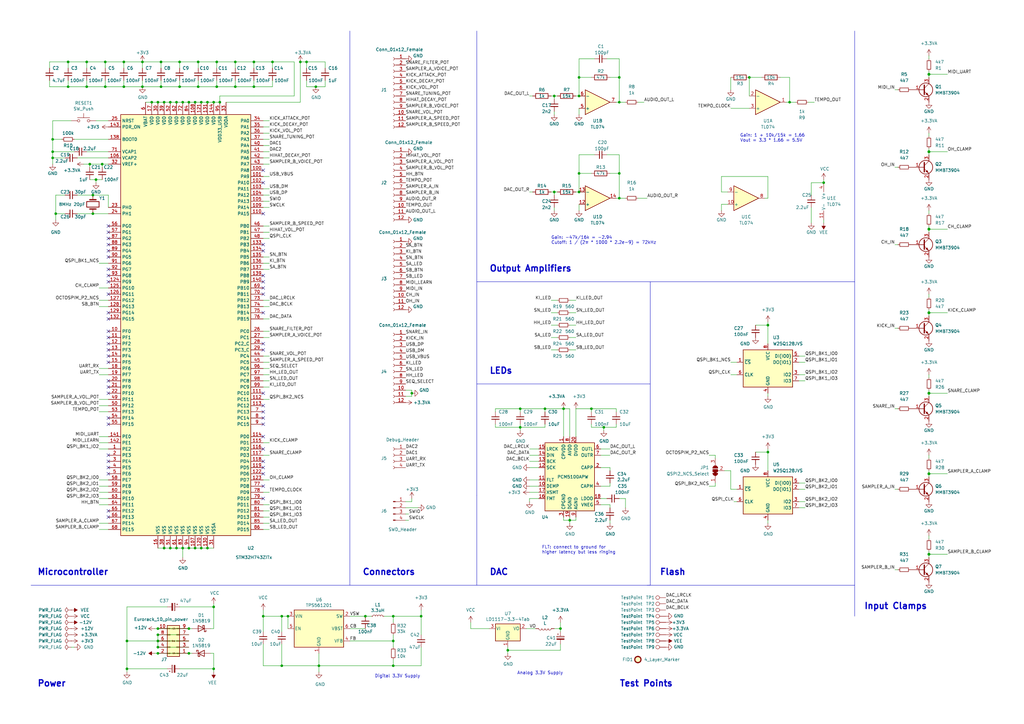
<source format=kicad_sch>
(kicad_sch (version 20230121) (generator eeschema)
  (paper "A3")
  (title_block (title "Punck v1") (rev "1") (company "Mountjoy Modular"))
  (junction (at 323.85 41.91))
  (junction (at 125.73 25.4))
  (junction (at 87.63 248.92))
  (junction (at 123.19 25.4))
  (junction (at 81.28 25.4))
  (junction (at 307.34 31.75))
  (junction (at 254 81.28))
  (junction (at 21.59 62.23))
  (junction (at 149.86 252.73))
  (junction (at 64.77 267.97))
  (junction (at 129.54 35.56))
  (junction (at 115.57 252.73))
  (junction (at 118.11 252.73))
  (junction (at 64.77 41.91))
  (junction (at 77.47 267.97))
  (junction (at 41.91 67.31))
  (junction (at 62.23 41.91))
  (junction (at 381 93.98) (diameter 1.016))
  (junction (at 52.07 262.89))
  (junction (at 66.04 35.56))
  (junction (at 64.77 260.35))
  (junction (at 104.14 25.4))
  (junction (at 69.85 224.79))
  (junction (at 27.94 25.4))
  (junction (at 27.94 35.56))
  (junction (at 237.49 71.12))
  (junction (at 96.52 25.4))
  (junction (at 64.77 262.89))
  (junction (at 38.1 80.01))
  (junction (at 208.28 266.7))
  (junction (at 161.29 262.89))
  (junction (at 242.57 167.64))
  (junction (at 130.81 273.05))
  (junction (at 74.93 224.79))
  (junction (at 82.55 41.91))
  (junction (at 85.09 224.79))
  (junction (at 80.01 41.91))
  (junction (at 50.8 35.56))
  (junction (at 87.63 274.32))
  (junction (at 237.49 78.74))
  (junction (at 104.14 35.56))
  (junction (at 74.93 41.91))
  (junction (at 81.28 35.56))
  (junction (at 254 71.12))
  (junction (at 69.85 41.91))
  (junction (at 213.36 175.26))
  (junction (at 82.55 224.79))
  (junction (at 337.82 74.93))
  (junction (at 77.47 41.91))
  (junction (at 227.33 78.74))
  (junction (at 50.8 25.4))
  (junction (at 85.09 41.91))
  (junction (at 67.31 224.79))
  (junction (at 39.37 73.66))
  (junction (at 88.9 35.56))
  (junction (at 90.17 41.91))
  (junction (at 237.49 39.37))
  (junction (at 64.77 265.43))
  (junction (at 381 30.48) (diameter 1.016))
  (junction (at 77.47 224.79))
  (junction (at 21.59 57.15))
  (junction (at 111.76 25.4))
  (junction (at 233.68 213.36))
  (junction (at 161.29 273.05))
  (junction (at 36.83 67.31))
  (junction (at 254 41.91))
  (junction (at 168.91 161.29))
  (junction (at 161.29 252.73))
  (junction (at 87.63 41.91))
  (junction (at 35.56 35.56))
  (junction (at 381 194.31) (diameter 1.016))
  (junction (at 314.96 185.42))
  (junction (at 237.49 31.75))
  (junction (at 43.18 25.4))
  (junction (at 254 31.75))
  (junction (at 107.95 252.73))
  (junction (at 58.42 35.56))
  (junction (at 58.42 25.4))
  (junction (at 72.39 224.79))
  (junction (at 66.04 25.4))
  (junction (at 43.18 35.56))
  (junction (at 35.56 25.4))
  (junction (at 67.31 41.91))
  (junction (at 223.52 167.64))
  (junction (at 21.59 64.77))
  (junction (at 22.86 87.63))
  (junction (at 231.14 167.64))
  (junction (at 72.39 41.91))
  (junction (at 381 227.33) (diameter 1.016))
  (junction (at 88.9 25.4))
  (junction (at 229.87 257.81))
  (junction (at 381 62.23) (diameter 1.016))
  (junction (at 77.47 257.81))
  (junction (at 73.66 25.4))
  (junction (at 38.1 87.63))
  (junction (at 213.36 167.64))
  (junction (at 172.72 252.73))
  (junction (at 247.65 175.26))
  (junction (at 73.66 35.56))
  (junction (at 381 161.29) (diameter 1.016))
  (junction (at 381 128.27) (diameter 1.016))
  (junction (at 64.77 257.81))
  (junction (at 115.57 273.05))
  (junction (at 52.07 274.32))
  (junction (at 96.52 35.56))
  (junction (at 227.33 39.37))
  (junction (at 314.96 133.35))
  (junction (at 80.01 224.79))
  (no_connect (at 107.95 184.15))
  (no_connect (at 44.45 146.05))
  (no_connect (at 44.45 128.27))
  (no_connect (at 44.45 120.65))
  (no_connect (at 44.45 110.49))
  (no_connect (at 107.95 113.03))
  (no_connect (at 44.45 130.81))
  (no_connect (at 44.45 171.45))
  (no_connect (at 107.95 166.37))
  (no_connect (at 107.95 161.29))
  (no_connect (at 44.45 173.99))
  (no_connect (at 44.45 186.69))
  (no_connect (at 107.95 204.47))
  (no_connect (at 107.95 199.39))
  (no_connect (at 107.95 74.93))
  (no_connect (at 107.95 87.63))
  (no_connect (at 44.45 191.77))
  (no_connect (at 107.95 118.11))
  (no_connect (at 44.45 113.03))
  (no_connect (at 44.45 156.21))
  (no_connect (at 107.95 191.77))
  (no_connect (at 44.45 194.31))
  (no_connect (at 107.95 179.07))
  (no_connect (at 44.45 138.43))
  (no_connect (at 44.45 100.33))
  (no_connect (at 44.45 209.55))
  (no_connect (at 107.95 128.27))
  (no_connect (at 107.95 140.97))
  (no_connect (at 107.95 69.85))
  (no_connect (at 107.95 173.99))
  (no_connect (at 44.45 115.57))
  (no_connect (at 44.45 148.59))
  (no_connect (at 107.95 194.31))
  (no_connect (at 107.95 102.87))
  (no_connect (at 107.95 189.23))
  (no_connect (at 44.45 105.41))
  (no_connect (at 44.45 97.79))
  (no_connect (at 44.45 102.87))
  (no_connect (at 107.95 120.65))
  (no_connect (at 44.45 189.23))
  (no_connect (at 107.95 143.51))
  (no_connect (at 44.45 158.75))
  (no_connect (at 44.45 95.25))
  (no_connect (at 107.95 115.57))
  (no_connect (at 107.95 100.33))
  (no_connect (at 44.45 140.97))
  (no_connect (at 44.45 135.89))
  (no_connect (at 44.45 161.29))
  (no_connect (at 107.95 168.91))
  (no_connect (at 107.95 171.45))
  (no_connect (at 44.45 212.09))
  (no_connect (at 44.45 92.71))
  (no_connect (at 44.45 143.51))
  (wire (pts (xy 246.38 199.39) (xy 250.19 199.39)))
  (wire (pts (xy 226.06 78.74) (xy 227.33 78.74)))
  (wire (pts (xy 64.77 257.81) (xy 77.47 257.81)))
  (wire (pts (xy 130.81 273.05) (xy 161.29 273.05)))
  (wire (pts (xy 40.64 196.85) (xy 44.45 196.85)))
  (wire (pts (xy 80.01 41.91) (xy 82.55 41.91)))
  (wire (pts (xy 226.06 143.51) (xy 228.6 143.51)))
  (wire (pts (xy 327.66 200.66) (xy 330.2 200.66)))
  (wire (pts (xy 233.68 167.64) (xy 233.68 179.07)))
  (wire (pts (xy 300.99 205.74) (xy 302.26 205.74)))
  (wire (pts (xy 381 92.71) (xy 381 93.98)))
  (wire (pts (xy 261.62 81.28) (xy 265.43 81.28)))
  (wire (pts (xy 226.06 39.37) (xy 227.33 39.37)))
  (wire (pts (xy 327.66 205.74) (xy 330.2 205.74)))
  (wire (pts (xy 34.29 67.31) (xy 36.83 67.31)))
  (wire (pts (xy 229.87 255.27) (xy 229.87 257.81)))
  (wire (pts (xy 213.36 175.26) (xy 223.52 175.26)))
  (wire (pts (xy 110.49 105.41) (xy 107.95 105.41)))
  (wire (pts (xy 27.94 27.94) (xy 27.94 25.4)))
  (wire (pts (xy 82.55 224.79) (xy 85.09 224.79)))
  (wire (pts (xy 62.23 41.91) (xy 64.77 41.91)))
  (wire (pts (xy 40.64 125.73) (xy 44.45 125.73)))
  (wire (pts (xy 77.47 224.79) (xy 80.01 224.79)))
  (wire (pts (xy 213.36 167.64) (xy 223.52 167.64)))
  (polyline (pts (xy 195.58 203.2) (xy 195.58 240.03)))
  (wire (pts (xy 217.17 196.85) (xy 220.98 196.85)))
  (wire (pts (xy 27.94 35.56) (xy 35.56 35.56)))
  (wire (pts (xy 233.68 167.64) (xy 231.14 167.64)))
  (wire (pts (xy 233.68 138.43) (xy 236.22 138.43)))
  (wire (pts (xy 203.2 167.64) (xy 213.36 167.64)))
  (wire (pts (xy 40.64 118.11) (xy 44.45 118.11)))
  (wire (pts (xy 107.95 130.81) (xy 110.49 130.81)))
  (wire (pts (xy 168.91 205.74) (xy 168.91 204.47)))
  (wire (pts (xy 143.51 252.73) (xy 149.86 252.73)))
  (wire (pts (xy 40.64 199.39) (xy 44.45 199.39)))
  (wire (pts (xy 236.22 167.64) (xy 242.57 167.64)))
  (wire (pts (xy 252.73 81.28) (xy 254 81.28)))
  (wire (pts (xy 44.45 168.91) (xy 40.64 168.91)))
  (wire (pts (xy 298.45 78.74) (xy 295.91 78.74)))
  (wire (pts (xy 50.8 27.94) (xy 50.8 25.4)))
  (wire (pts (xy 27.94 25.4) (xy 35.56 25.4)))
  (wire (pts (xy 217.17 186.69) (xy 220.98 186.69)))
  (wire (pts (xy 110.49 151.13) (xy 107.95 151.13)))
  (wire (pts (xy 86.36 267.97) (xy 87.63 267.97)))
  (wire (pts (xy 293.37 198.12) (xy 293.37 199.39)))
  (wire (pts (xy 110.49 212.09) (xy 107.95 212.09)))
  (wire (pts (xy 248.92 24.13) (xy 254 24.13)))
  (wire (pts (xy 309.88 133.35) (xy 314.96 133.35)))
  (wire (pts (xy 252.73 173.99) (xy 252.73 175.26)))
  (wire (pts (xy 327.66 148.59) (xy 330.2 148.59)))
  (wire (pts (xy 299.72 153.67) (xy 302.26 153.67)))
  (wire (pts (xy 40.64 153.67) (xy 44.45 153.67)))
  (polyline (pts (xy -64.77 125.73) (xy -8.89 125.73)))
  (wire (pts (xy 250.19 213.36) (xy 250.19 214.63)))
  (wire (pts (xy 25.4 57.15) (xy 21.59 57.15)))
  (wire (pts (xy 231.14 213.36) (xy 233.68 213.36)))
  (wire (pts (xy 41.91 67.31) (xy 44.45 67.31)))
  (wire (pts (xy 81.28 35.56) (xy 88.9 35.56)))
  (wire (pts (xy 125.73 27.94) (xy 125.73 25.4)))
  (wire (pts (xy 44.45 184.15) (xy 40.64 184.15)))
  (wire (pts (xy 111.76 27.94) (xy 111.76 25.4)))
  (wire (pts (xy 110.49 52.07) (xy 107.95 52.07)))
  (wire (pts (xy 381 22.86) (xy 381 24.13)))
  (wire (pts (xy 90.17 41.91) (xy 90.17 39.37)))
  (wire (pts (xy 107.95 125.73) (xy 110.49 125.73)))
  (wire (pts (xy 67.31 224.79) (xy 69.85 224.79)))
  (wire (pts (xy 157.48 252.73) (xy 161.29 252.73)))
  (wire (pts (xy 217.17 204.47) (xy 217.17 205.74)))
  (polyline (pts (xy 266.7 240.03) (xy 265.43 240.03)))
  (wire (pts (xy 246.38 191.77) (xy 250.19 191.77)))
  (wire (pts (xy 110.49 57.15) (xy 107.95 57.15)))
  (wire (pts (xy 229.87 264.16) (xy 229.87 266.7)))
  (wire (pts (xy 110.49 54.61) (xy 107.95 54.61)))
  (wire (pts (xy 21.59 57.15) (xy 21.59 62.23)))
  (wire (pts (xy 107.95 138.43) (xy 110.49 138.43)))
  (wire (pts (xy 44.45 217.17) (xy 40.64 217.17)))
  (wire (pts (xy 208.28 266.7) (xy 229.87 266.7)))
  (wire (pts (xy 66.04 35.56) (xy 73.66 35.56)))
  (wire (pts (xy 22.86 87.63) (xy 22.86 90.17)))
  (wire (pts (xy 381 86.36) (xy 381 87.63)))
  (wire (pts (xy 217.17 201.93) (xy 220.98 201.93)))
  (wire (pts (xy 21.59 62.23) (xy 30.48 62.23)))
  (wire (pts (xy 252.73 168.91) (xy 252.73 167.64)))
  (wire (pts (xy 290.83 199.39) (xy 293.37 199.39)))
  (wire (pts (xy 309.88 185.42) (xy 314.96 185.42)))
  (wire (pts (xy 111.76 33.02) (xy 111.76 35.56)))
  (wire (pts (xy 226.06 128.27) (xy 228.6 128.27)))
  (wire (pts (xy 30.48 57.15) (xy 44.45 57.15)))
  (wire (pts (xy 40.64 207.01) (xy 44.45 207.01)))
  (wire (pts (xy 44.45 64.77) (xy 31.75 64.77)))
  (wire (pts (xy 107.95 181.61) (xy 110.49 181.61)))
  (wire (pts (xy 133.35 35.56) (xy 133.35 33.02)))
  (polyline (pts (xy 12.7 240.03) (xy 350.52 240.03)))
  (wire (pts (xy 110.49 95.25) (xy 107.95 95.25)))
  (wire (pts (xy 243.84 63.5) (xy 237.49 63.5)))
  (wire (pts (xy 327.66 153.67) (xy 330.2 153.67)))
  (wire (pts (xy 50.8 35.56) (xy 58.42 35.56)))
  (wire (pts (xy 73.66 25.4) (xy 81.28 25.4)))
  (wire (pts (xy 314.96 72.39) (xy 314.96 81.28)))
  (wire (pts (xy 110.49 107.95) (xy 107.95 107.95)))
  (wire (pts (xy 242.57 168.91) (xy 242.57 167.64)))
  (wire (pts (xy 193.04 257.81) (xy 200.66 257.81)))
  (wire (pts (xy 88.9 25.4) (xy 96.52 25.4)))
  (wire (pts (xy 381 227.33) (xy 388.62 227.33)))
  (wire (pts (xy 110.49 72.39) (xy 107.95 72.39)))
  (wire (pts (xy 63.5 257.81) (xy 64.77 257.81)))
  (wire (pts (xy 314.96 81.28) (xy 313.69 81.28)))
  (wire (pts (xy 236.22 78.74) (xy 237.49 78.74)))
  (wire (pts (xy 110.49 80.01) (xy 107.95 80.01)))
  (wire (pts (xy 50.8 33.02) (xy 50.8 35.56)))
  (wire (pts (xy 30.48 265.43) (xy 29.21 265.43)))
  (wire (pts (xy 208.28 265.43) (xy 208.28 266.7)))
  (wire (pts (xy 237.49 71.12) (xy 237.49 78.74)))
  (wire (pts (xy 322.58 41.91) (xy 323.85 41.91)))
  (wire (pts (xy 161.29 252.73) (xy 172.72 252.73)))
  (wire (pts (xy 40.64 204.47) (xy 44.45 204.47)))
  (wire (pts (xy 107.95 252.73) (xy 115.57 252.73)))
  (wire (pts (xy 236.22 167.64) (xy 236.22 179.07)))
  (wire (pts (xy 26.67 80.01) (xy 22.86 80.01)))
  (polyline (pts (xy 143.51 240.03) (xy 143.51 12.7)))
  (wire (pts (xy 246.38 184.15) (xy 250.19 184.15)))
  (wire (pts (xy 107.95 264.16) (xy 107.95 273.05)))
  (wire (pts (xy 237.49 31.75) (xy 237.49 39.37)))
  (wire (pts (xy 58.42 33.02) (xy 58.42 35.56)))
  (wire (pts (xy 22.86 87.63) (xy 26.67 87.63)))
  (wire (pts (xy 69.85 41.91) (xy 72.39 41.91)))
  (wire (pts (xy 107.95 156.21) (xy 110.49 156.21)))
  (wire (pts (xy 118.11 252.73) (xy 115.57 252.73)))
  (wire (pts (xy 41.91 67.31) (xy 41.91 68.58)))
  (wire (pts (xy 332.74 85.09) (xy 332.74 91.44)))
  (wire (pts (xy 43.18 35.56) (xy 50.8 35.56)))
  (wire (pts (xy 86.36 257.81) (xy 87.63 257.81)))
  (wire (pts (xy 88.9 35.56) (xy 96.52 35.56)))
  (wire (pts (xy 96.52 33.02) (xy 96.52 35.56)))
  (wire (pts (xy 43.18 27.94) (xy 43.18 25.4)))
  (wire (pts (xy 293.37 186.69) (xy 293.37 187.96)))
  (wire (pts (xy 58.42 25.4) (xy 66.04 25.4)))
  (wire (pts (xy 20.32 33.02) (xy 20.32 35.56)))
  (wire (pts (xy 64.77 262.89) (xy 64.77 265.43)))
  (wire (pts (xy 104.14 35.56) (xy 111.76 35.56)))
  (wire (pts (xy 242.57 31.75) (xy 237.49 31.75)))
  (wire (pts (xy 367.03 36.83) (xy 368.3 36.83)))
  (wire (pts (xy 314.96 132.08) (xy 314.96 133.35)))
  (wire (pts (xy 226.06 138.43) (xy 228.6 138.43)))
  (wire (pts (xy 81.28 33.02) (xy 81.28 35.56)))
  (polyline (pts (xy 195.58 12.7) (xy 195.58 203.2)))
  (wire (pts (xy 87.63 274.32) (xy 87.63 275.59)))
  (wire (pts (xy 143.51 262.89) (xy 161.29 262.89)))
  (wire (pts (xy 52.07 274.32) (xy 68.58 274.32)))
  (wire (pts (xy 73.66 33.02) (xy 73.66 35.56)))
  (wire (pts (xy 314.96 184.15) (xy 314.96 185.42)))
  (wire (pts (xy 250.19 191.77) (xy 250.19 193.04)))
  (wire (pts (xy 381 161.29) (xy 381 162.56)))
  (wire (pts (xy 295.91 83.82) (xy 298.45 83.82)))
  (wire (pts (xy 104.14 27.94) (xy 104.14 25.4)))
  (wire (pts (xy 130.81 275.59) (xy 130.81 273.05)))
  (wire (pts (xy 36.83 73.66) (xy 39.37 73.66)))
  (wire (pts (xy 367.03 100.33) (xy 368.3 100.33)))
  (wire (pts (xy 31.75 80.01) (xy 38.1 80.01)))
  (wire (pts (xy 87.63 267.97) (xy 87.63 274.32)))
  (wire (pts (xy 44.45 166.37) (xy 40.64 166.37)))
  (wire (pts (xy 59.69 41.91) (xy 62.23 41.91)))
  (wire (pts (xy 217.17 199.39) (xy 220.98 199.39)))
  (wire (pts (xy 107.95 163.83) (xy 110.49 163.83)))
  (wire (pts (xy 107.95 250.19) (xy 107.95 252.73)))
  (wire (pts (xy 381 127) (xy 381 128.27)))
  (wire (pts (xy 107.95 82.55) (xy 110.49 82.55)))
  (wire (pts (xy 203.2 173.99) (xy 203.2 175.26)))
  (wire (pts (xy 172.72 252.73) (xy 172.72 250.19)))
  (wire (pts (xy 107.95 123.19) (xy 110.49 123.19)))
  (wire (pts (xy 29.21 49.53) (xy 21.59 49.53)))
  (wire (pts (xy 295.91 78.74) (xy 295.91 72.39)))
  (wire (pts (xy 107.95 196.85) (xy 110.49 196.85)))
  (wire (pts (xy 367.03 200.66) (xy 368.3 200.66)))
  (wire (pts (xy 381 60.96) (xy 381 62.23)))
  (wire (pts (xy 327.66 208.28) (xy 330.2 208.28)))
  (wire (pts (xy 87.63 247.65) (xy 87.63 248.92)))
  (wire (pts (xy 44.45 214.63) (xy 40.64 214.63)))
  (wire (pts (xy 254 31.75) (xy 254 41.91)))
  (wire (pts (xy 220.98 204.47) (xy 217.17 204.47)))
  (wire (pts (xy 381 186.69) (xy 381 187.96)))
  (wire (pts (xy 381 120.65) (xy 381 121.92)))
  (wire (pts (xy 73.66 27.94) (xy 73.66 25.4)))
  (wire (pts (xy 167.64 213.36) (xy 166.37 213.36)))
  (wire (pts (xy 125.73 25.4) (xy 123.19 25.4)))
  (wire (pts (xy 73.66 248.92) (xy 87.63 248.92)))
  (wire (pts (xy 69.85 224.79) (xy 72.39 224.79)))
  (wire (pts (xy 223.52 173.99) (xy 223.52 175.26)))
  (wire (pts (xy 290.83 186.69) (xy 293.37 186.69)))
  (wire (pts (xy 107.95 201.93) (xy 110.49 201.93)))
  (wire (pts (xy 168.91 160.02) (xy 166.37 160.02)))
  (wire (pts (xy 81.28 25.4) (xy 81.28 27.94)))
  (wire (pts (xy 168.91 162.56) (xy 168.91 161.29)))
  (wire (pts (xy 246.38 204.47) (xy 248.92 204.47)))
  (wire (pts (xy 107.95 252.73) (xy 107.95 259.08)))
  (wire (pts (xy 107.95 273.05) (xy 115.57 273.05)))
  (wire (pts (xy 110.49 97.79) (xy 107.95 97.79)))
  (wire (pts (xy 52.07 248.92) (xy 52.07 262.89)))
  (wire (pts (xy 227.33 40.64) (xy 227.33 39.37)))
  (wire (pts (xy 252.73 41.91) (xy 254 41.91)))
  (wire (pts (xy 314.96 185.42) (xy 314.96 193.04)))
  (wire (pts (xy 213.36 168.91) (xy 213.36 167.64)))
  (wire (pts (xy 297.18 193.04) (xy 299.72 193.04)))
  (wire (pts (xy 31.75 87.63) (xy 38.1 87.63)))
  (wire (pts (xy 115.57 264.16) (xy 115.57 273.05)))
  (wire (pts (xy 314.96 161.29) (xy 314.96 162.56)))
  (wire (pts (xy 381 54.61) (xy 381 55.88)))
  (wire (pts (xy 43.18 25.4) (xy 50.8 25.4)))
  (wire (pts (xy 307.34 31.75) (xy 312.42 31.75)))
  (wire (pts (xy 90.17 39.37) (xy 120.65 39.37)))
  (wire (pts (xy 52.07 275.59) (xy 52.07 274.32)))
  (wire (pts (xy 35.56 35.56) (xy 35.56 33.02)))
  (wire (pts (xy 299.72 31.75) (xy 299.72 36.83)))
  (wire (pts (xy 77.47 260.35) (xy 64.77 260.35)))
  (wire (pts (xy 66.04 35.56) (xy 66.04 33.02)))
  (wire (pts (xy 21.59 67.31) (xy 21.59 64.77)))
  (polyline (pts (xy 195.58 115.57) (xy 350.52 115.57)))
  (wire (pts (xy 223.52 167.64) (xy 231.14 167.64)))
  (wire (pts (xy 242.57 167.64) (xy 252.73 167.64)))
  (wire (pts (xy 227.33 39.37) (xy 228.6 39.37)))
  (wire (pts (xy 73.66 274.32) (xy 87.63 274.32)))
  (wire (pts (xy 125.73 35.56) (xy 129.54 35.56)))
  (wire (pts (xy 236.22 212.09) (xy 236.22 213.36)))
  (wire (pts (xy 36.83 68.58) (xy 36.83 67.31)))
  (wire (pts (xy 72.39 224.79) (xy 74.93 224.79)))
  (wire (pts (xy 299.72 148.59) (xy 302.26 148.59)))
  (wire (pts (xy 233.68 213.36) (xy 233.68 214.63)))
  (wire (pts (xy 107.95 158.75) (xy 110.49 158.75)))
  (wire (pts (xy 80.01 224.79) (xy 82.55 224.79)))
  (wire (pts (xy 314.96 133.35) (xy 314.96 140.97)))
  (wire (pts (xy 166.37 162.56) (xy 168.91 162.56)))
  (wire (pts (xy 246.38 207.01) (xy 250.19 207.01)))
  (wire (pts (xy 120.65 39.37) (xy 120.65 25.4)))
  (wire (pts (xy 115.57 273.05) (xy 130.81 273.05)))
  (wire (pts (xy 161.29 252.73) (xy 161.29 255.27)))
  (wire (pts (xy 149.86 252.73) (xy 152.4 252.73)))
  (wire (pts (xy 107.95 110.49) (xy 110.49 110.49)))
  (wire (pts (xy 44.45 179.07) (xy 40.64 179.07)))
  (wire (pts (xy 166.37 210.82) (xy 167.64 210.82)))
  (wire (pts (xy 110.49 92.71) (xy 107.95 92.71)))
  (wire (pts (xy 43.18 33.02) (xy 43.18 35.56)))
  (wire (pts (xy 381 226.06) (xy 381 227.33)))
  (wire (pts (xy 44.45 85.09) (xy 44.45 80.01)))
  (wire (pts (xy 120.65 25.4) (xy 111.76 25.4)))
  (wire (pts (xy 193.04 255.27) (xy 193.04 257.81)))
  (wire (pts (xy 21.59 64.77) (xy 21.59 62.23)))
  (wire (pts (xy 82.55 41.91) (xy 85.09 41.91)))
  (wire (pts (xy 36.83 67.31) (xy 41.91 67.31)))
  (wire (pts (xy 381 128.27) (xy 388.62 128.27)))
  (wire (pts (xy 44.45 80.01) (xy 38.1 80.01)))
  (wire (pts (xy 110.49 146.05) (xy 107.95 146.05)))
  (polyline (pts (xy 266.7 115.57) (xy 266.7 240.03)))
  (wire (pts (xy 20.32 35.56) (xy 27.94 35.56)))
  (wire (pts (xy 323.85 31.75) (xy 323.85 41.91)))
  (wire (pts (xy 104.14 33.02) (xy 104.14 35.56)))
  (wire (pts (xy 327.66 198.12) (xy 330.2 198.12)))
  (wire (pts (xy 72.39 41.91) (xy 74.93 41.91)))
  (wire (pts (xy 96.52 27.94) (xy 96.52 25.4)))
  (wire (pts (xy 242.57 71.12) (xy 237.49 71.12)))
  (wire (pts (xy 27.94 35.56) (xy 27.94 33.02)))
  (wire (pts (xy 254 41.91) (xy 256.54 41.91)))
  (wire (pts (xy 203.2 167.64) (xy 203.2 168.91)))
  (wire (pts (xy 123.19 25.4) (xy 123.19 41.91)))
  (wire (pts (xy 67.31 41.91) (xy 69.85 41.91)))
  (wire (pts (xy 217.17 78.74) (xy 218.44 78.74)))
  (wire (pts (xy 85.09 224.79) (xy 87.63 224.79)))
  (wire (pts (xy 40.64 123.19) (xy 44.45 123.19)))
  (wire (pts (xy 39.37 49.53) (xy 44.45 49.53)))
  (wire (pts (xy 231.14 167.64) (xy 231.14 179.07)))
  (wire (pts (xy 320.04 31.75) (xy 323.85 31.75)))
  (wire (pts (xy 88.9 35.56) (xy 88.9 33.02)))
  (wire (pts (xy 64.77 41.91) (xy 67.31 41.91)))
  (wire (pts (xy 64.77 260.35) (xy 64.77 262.89)))
  (wire (pts (xy 226.06 123.19) (xy 228.6 123.19)))
  (wire (pts (xy 227.33 78.74) (xy 228.6 78.74)))
  (wire (pts (xy 66.04 27.94) (xy 66.04 25.4)))
  (wire (pts (xy 215.9 257.81) (xy 219.71 257.81)))
  (wire (pts (xy 233.68 133.35) (xy 236.22 133.35)))
  (wire (pts (xy 52.07 248.92) (xy 68.58 248.92)))
  (wire (pts (xy 367.03 134.62) (xy 368.3 134.62)))
  (wire (pts (xy 250.19 198.12) (xy 250.19 199.39)))
  (wire (pts (xy 81.28 25.4) (xy 88.9 25.4)))
  (wire (pts (xy 110.49 62.23) (xy 107.95 62.23)))
  (wire (pts (xy 367.03 233.68) (xy 368.3 233.68)))
  (wire (pts (xy 295.91 83.82) (xy 295.91 86.36)))
  (wire (pts (xy 299.72 44.45) (xy 307.34 44.45)))
  (wire (pts (xy 39.37 73.66) (xy 41.91 73.66)))
  (wire (pts (xy 129.54 35.56) (xy 133.35 35.56)))
  (wire (pts (xy 35.56 25.4) (xy 43.18 25.4)))
  (wire (pts (xy 107.95 153.67) (xy 110.49 153.67)))
  (wire (pts (xy 332.74 74.93) (xy 337.82 74.93)))
  (wire (pts (xy 381 219.71) (xy 381 220.98)))
  (polyline (pts (xy -64.77 0) (xy -8.89 0)))
  (wire (pts (xy 44.45 181.61) (xy 40.64 181.61)))
  (wire (pts (xy 168.91 161.29) (xy 168.91 160.02)))
  (wire (pts (xy 242.57 175.26) (xy 247.65 175.26)))
  (wire (pts (xy 74.93 224.79) (xy 74.93 228.6)))
  (wire (pts (xy 87.63 257.81) (xy 87.63 248.92)))
  (polyline (pts (xy -64.77 0) (xy -64.77 125.73)))
  (wire (pts (xy 92.71 41.91) (xy 123.19 41.91)))
  (wire (pts (xy 22.86 80.01) (xy 22.86 87.63)))
  (wire (pts (xy 327.66 146.05) (xy 330.2 146.05)))
  (wire (pts (xy 217.17 184.15) (xy 220.98 184.15)))
  (wire (pts (xy 161.29 260.35) (xy 161.29 262.89)))
  (wire (pts (xy 381 93.98) (xy 388.62 93.98)))
  (wire (pts (xy 110.49 186.69) (xy 107.95 186.69)))
  (wire (pts (xy 381 93.98) (xy 381 95.25)))
  (wire (pts (xy 63.5 267.97) (xy 64.77 267.97)))
  (wire (pts (xy 161.29 270.51) (xy 161.29 273.05)))
  (wire (pts (xy 110.49 64.77) (xy 107.95 64.77)))
  (wire (pts (xy 110.49 209.55) (xy 107.95 209.55)))
  (wire (pts (xy 125.73 33.02) (xy 125.73 35.56)))
  (wire (pts (xy 96.52 25.4) (xy 104.14 25.4)))
  (wire (pts (xy 381 128.27) (xy 381 129.54)))
  (wire (pts (xy 40.64 201.93) (xy 44.45 201.93)))
  (wire (pts (xy 295.91 72.39) (xy 314.96 72.39)))
  (wire (pts (xy 166.37 205.74) (xy 168.91 205.74)))
  (wire (pts (xy 243.84 24.13) (xy 237.49 24.13)))
  (wire (pts (xy 250.19 207.01) (xy 250.19 208.28)))
  (wire (pts (xy 254 71.12) (xy 250.19 71.12)))
  (wire (pts (xy 73.66 35.56) (xy 81.28 35.56)))
  (wire (pts (xy 229.87 257.81) (xy 227.33 257.81)))
  (wire (pts (xy 20.32 27.94) (xy 20.32 25.4)))
  (wire (pts (xy 227.33 80.01) (xy 227.33 78.74)))
  (polyline (pts (xy -8.89 125.73) (xy -8.89 0)))
  (wire (pts (xy 96.52 35.56) (xy 104.14 35.56)))
  (wire (pts (xy 254 81.28) (xy 256.54 81.28)))
  (wire (pts (xy 40.64 151.13) (xy 44.45 151.13)))
  (wire (pts (xy 381 194.31) (xy 388.62 194.31)))
  (wire (pts (xy 248.92 63.5) (xy 254 63.5)))
  (wire (pts (xy 381 30.48) (xy 388.62 30.48)))
  (wire (pts (xy 66.04 25.4) (xy 73.66 25.4)))
  (wire (pts (xy 367.03 167.64) (xy 368.3 167.64)))
  (wire (pts (xy 107.95 67.31) (xy 110.49 67.31)))
  (wire (pts (xy 26.67 64.77) (xy 21.59 64.77)))
  (wire (pts (xy 110.49 77.47) (xy 107.95 77.47)))
  (wire (pts (xy 254 71.12) (xy 254 81.28)))
  (wire (pts (xy 381 194.31) (xy 381 195.58)))
  (wire (pts (xy 331.47 41.91) (xy 334.01 41.91)))
  (polyline (pts (xy 195.58 157.48) (xy 266.7 157.48)))
  (wire (pts (xy 74.93 224.79) (xy 77.47 224.79)))
  (wire (pts (xy 217.17 191.77) (xy 220.98 191.77)))
  (wire (pts (xy 337.82 73.66) (xy 337.82 74.93)))
  (wire (pts (xy 172.72 252.73) (xy 172.72 260.35)))
  (wire (pts (xy 217.17 189.23) (xy 220.98 189.23)))
  (wire (pts (xy 247.65 175.26) (xy 252.73 175.26)))
  (wire (pts (xy 261.62 41.91) (xy 264.16 41.91)))
  (wire (pts (xy 254 31.75) (xy 250.19 31.75)))
  (wire (pts (xy 229.87 259.08) (xy 229.87 257.81)))
  (wire (pts (xy 231.14 212.09) (xy 231.14 213.36)))
  (wire (pts (xy 236.22 39.37) (xy 237.49 39.37)))
  (wire (pts (xy 381 29.21) (xy 381 30.48)))
  (wire (pts (xy 77.47 41.91) (xy 80.01 41.91)))
  (wire (pts (xy 58.42 27.94) (xy 58.42 25.4)))
  (wire (pts (xy 236.22 213.36) (xy 233.68 213.36)))
  (wire (pts (xy 77.47 257.81) (xy 78.74 257.81)))
  (wire (pts (xy 213.36 175.26) (xy 213.36 176.53)))
  (wire (pts (xy 332.74 80.01) (xy 332.74 74.93)))
  (wire (pts (xy 39.37 74.93) (xy 39.37 73.66)))
  (wire (pts (xy 110.49 217.17) (xy 107.95 217.17)))
  (wire (pts (xy 85.09 41.91) (xy 87.63 41.91)))
  (wire (pts (xy 381 193.04) (xy 381 194.31)))
  (wire (pts (xy 381 160.02) (xy 381 161.29)))
  (wire (pts (xy 166.37 208.28) (xy 171.45 208.28)))
  (wire (pts (xy 226.06 133.35) (xy 228.6 133.35)))
  (wire (pts (xy 223.52 168.91) (xy 223.52 167.64)))
  (wire (pts (xy 213.36 173.99) (xy 213.36 175.26)))
  (wire (pts (xy 233.68 123.19) (xy 236.22 123.19)))
  (wire (pts (xy 299.72 200.66) (xy 302.26 200.66)))
  (wire (pts (xy 233.68 212.09) (xy 233.68 213.36)))
  (wire (pts (xy 44.45 163.83) (xy 40.64 163.83)))
  (wire (pts (xy 246.38 186.69) (xy 250.19 186.69)))
  (wire (pts (xy 77.47 262.89) (xy 64.77 262.89)))
  (wire (pts (xy 58.42 35.56) (xy 66.04 35.56)))
  (wire (pts (xy 125.73 25.4) (xy 133.35 25.4)))
  (wire (pts (xy 35.56 27.94) (xy 35.56 25.4)))
  (wire (pts (xy 20.32 25.4) (xy 27.94 25.4)))
  (wire (pts (xy 237.49 83.82) (xy 237.49 86.36)))
  (wire (pts (xy 237.49 44.45) (xy 237.49 46.99)))
  (wire (pts (xy 247.65 176.53) (xy 247.65 175.26)))
  (wire (pts (xy 172.72 265.43) (xy 172.72 273.05)))
  (wire (pts (xy 227.33 45.72) (xy 227.33 46.99)))
  (wire (pts (xy 381 227.33) (xy 381 228.6)))
  (wire (pts (xy 254 24.13) (xy 254 31.75)))
  (wire (pts (xy 299.72 193.04) (xy 299.72 200.66)))
  (wire (pts (xy 115.57 259.08) (xy 115.57 252.73)))
  (wire (pts (xy 87.63 41.91) (xy 90.17 41.91)))
  (wire (pts (xy 143.51 257.81) (xy 149.86 257.81)))
  (wire (pts (xy 254 63.5) (xy 254 71.12)))
  (wire (pts (xy 254 204.47) (xy 256.54 204.47)))
  (wire (pts (xy 110.49 148.59) (xy 107.95 148.59)))
  (wire (pts (xy 256.54 204.47) (xy 256.54 208.28)))
  (wire (pts (xy 133.35 27.94) (xy 133.35 25.4)))
  (wire (pts (xy 52.07 262.89) (xy 52.07 274.32)))
  (wire (pts (xy 233.68 143.51) (xy 236.22 143.51)))
  (wire (pts (xy 130.81 267.97) (xy 130.81 273.05)))
  (wire (pts (xy 35.56 35.56) (xy 43.18 35.56)))
  (wire (pts (xy 172.72 273.05) (xy 161.29 273.05)))
  (wire (pts (xy 110.49 207.01) (xy 107.95 207.01)))
  (wire (pts (xy 381 161.29) (xy 388.62 161.29)))
  (wire (pts (xy 203.2 175.26) (xy 213.36 175.26)))
  (wire (pts (xy 217.17 39.37) (xy 218.44 39.37)))
  (wire (pts (xy 307.34 31.75) (xy 307.34 39.37)))
  (wire (pts (xy 107.95 85.09) (xy 110.49 85.09)))
  (wire (pts (xy 237.49 24.13) (xy 237.49 31.75)))
  (wire (pts (xy 110.49 214.63) (xy 107.95 214.63)))
  (wire (pts (xy 227.33 85.09) (xy 227.33 86.36)))
  (wire (pts (xy 77.47 267.97) (xy 78.74 267.97)))
  (wire (pts (xy 111.76 25.4) (xy 104.14 25.4)))
  (wire (pts (xy 110.49 135.89) (xy 107.95 135.89)))
  (wire (pts (xy 64.77 224.79) (xy 67.31 224.79)))
  (wire (pts (xy 337.82 90.17) (xy 337.82 91.44)))
  (wire (pts (xy 50.8 25.4) (xy 58.42 25.4)))
  (wire (pts (xy 327.66 156.21) (xy 330.2 156.21)))
  (wire (pts (xy 381 62.23) (xy 388.62 62.23)))
  (wire (pts (xy 242.57 173.99) (xy 242.57 175.26)))
  (wire (pts (xy 381 62.23) (xy 381 63.5)))
  (wire (pts (xy 64.77 267.97) (xy 77.47 267.97)))
  (wire (pts (xy 161.29 262.89) (xy 161.29 265.43)))
  (wire (pts (xy 233.68 128.27) (xy 236.22 128.27)))
  (wire (pts (xy 110.49 59.69) (xy 107.95 59.69)))
  (wire (pts (xy 381 153.67) (xy 381 154.94)))
  (wire (pts (xy 381 30.48) (xy 381 31.75)))
  (wire (pts (xy 52.07 262.89) (xy 64.77 262.89)))
  (wire (pts (xy 118.11 257.81) (xy 118.11 252.73)))
  (wire (pts (xy 74.93 41.91) (xy 77.47 41.91)))
  (wire (pts (xy 237.49 63.5) (xy 237.49 71.12)))
  (polyline (pts (xy 350.52 252.73) (xy 350.52 12.7)))
  (wire (pts (xy 44.45 62.23) (xy 35.56 62.23)))
  (wire (pts (xy 21.59 49.53) (xy 21.59 57.15)))
  (wire (pts (xy 314.96 213.36) (xy 314.96 214.63)))
  (wire (pts (xy 77.47 265.43) (xy 64.77 265.43)))
  (wire (pts (xy 323.85 41.91) (xy 326.39 41.91)))
  (wire (pts (xy 110.49 49.53) (xy 107.95 49.53)))
  (wire (pts (xy 40.64 107.95) (xy 44.45 107.95)))
  (wire (pts (xy 367.03 68.58) (xy 368.3 68.58)))
  (wire (pts (xy 208.28 266.7) (xy 208.28 267.97)))
  (wire (pts (xy 38.1 87.63) (xy 44.45 87.63)))
  (wire (pts (xy 88.9 27.94) (xy 88.9 25.4)))
  (text "Digital 3.3V Supply" (at 153.67 278.13 0) (effects (font (size 1.27 1.27)) (justify left bottom)))
  (text "Gain: 1 + 10k/15k = 1.66\nVout = 3.3 * 1.66 = 5.5V" (at 303.53 58.42 0) (effects (font (size 1.27 1.27)) (justify left bottom)))
  (text "ADC Pins\n--------\nPA0 ADC1_INP16       \nPA1 ADC1_INP17       \nPA2 ADC12_INP14      \nPA3 ADC12_INP15      \n[PA4 ADC12_INP18 DAC]\n[PA5 ADC12_INP19 DAC]\nPA6 ADC12_INP3       \nPA7 ADC12_INP7       \n                     \nPB0 ADC12_INP9       \nPB1 ADC12_INP5       \n                     \nPC0 ADC123_INP10     \nPC1 ADC123_INP11     \nPC2 ADC123_INP12     \n[PC3_C ADC3_INP1]    \nPC4 ADC12_INP4       \nPC5 ADC12_INP8       \n                     \nPF11 ADC1_INP2       \nPF12 ADC1_INP6       \nPF13 ADC2_INP2       \nPF14 ADC2_INP6       " (at -55.88 85.09 0) (effects (font (size 2 2)) (justify left bottom)))
  (text "Gain: -47k/16k = -2.94\nCutoff: 1 / (2π * 1000 * 2.2e-9) = 72kHz" (at 226.06 100.33 0) (effects (font (size 1.27 1.27)) (justify left bottom)))
  (text "Microcontroller" (at 15.24 236.22 0) (effects (font (size 2.54 2.54) (thickness 0.508) bold) (justify left bottom)))
  (text "Connectors" (at 148.59 236.22 0) (effects (font (size 2.54 2.54) (thickness 0.508) bold) (justify left bottom)))
  (text "Analog 3.3V Supply" (at 212.09 276.86 0) (effects (font (size 1.27 1.27)) (justify left bottom)))
  (text "LED Pins\n--------\nPC6-9: TIM3/TIM8\nPD12-15: TIM4\nPB4-5: TIM3\nPB6-7: TIM4" (at -55.88 115.57 0) (effects (font (size 2 2)) (justify left bottom)))
  (text "LEDs" (at 200.66 153.67 0) (effects (font (size 2.54 2.54) (thickness 0.508) bold) (justify left bottom)))
  (text "Power" (at 15.24 281.94 0) (effects (font (size 2.54 2.54) (thickness 0.508) bold) (justify left bottom)))
  (text "Flash" (at 270.51 236.22 0) (effects (font (size 2.54 2.54) (thickness 0.508) bold) (justify left bottom)))
  (text "DAC" (at 200.66 236.22 0) (effects (font (size 2.54 2.54) (thickness 0.508) bold) (justify left bottom)))
  (text "Output Amplifiers" (at 200.66 111.76 0) (effects (font (size 2.54 2.54) (thickness 0.508) bold) (justify left bottom)))
  (text "FLT: connect to ground for \nhigher latency but less ringing" (at 222.25 227.33 0) (effects (font (size 1.27 1.27)) (justify left bottom)))
  (text "Test Points" (at 254 281.94 0) (effects (font (size 2.54 2.54) (thickness 0.508) bold) (justify left bottom)))
  (text "Input Clamps" (at 354.33 250.19 0) (effects (font (size 2.54 2.54) (thickness 0.508) bold) (justify left bottom)))
  (label "QSPI_CLK" (at 300.99 205.74 180))
  (label "SNARE_CLAMP" (at 388.62 161.29 0))
  (label "DAC_OUT_R" (at 250.19 186.69 0))
  (label "KICK_CLAMP" (at 110.49 181.61 0))
  (label "QSPI_CLK" (at 299.72 153.67 180))
  (label "SNARE_FILTER_POT" (at 166.37 26.67 0))
  (label "SN_LED_OUT" (at 110.49 156.21 0))
  (label "QSPI_BK2_NCS" (at 290.83 199.39 180))
  (label "SN_BTN" (at 166.37 106.68 0))
  (label "USB_DM" (at 110.49 77.47 0))
  (label "KICK_ATTACK_POT" (at 110.49 49.53 0))
  (label "SN_LED" (at 226.06 128.27 180))
  (label "HIHAT_DECAY_POT" (at 110.49 64.77 0))
  (label "DAC_DATA" (at 273.05 247.65 0))
  (label "MIDI_IN" (at 367.03 36.83 180))
  (label "SAMPLER_A_CLAMP" (at 40.64 214.63 180))
  (label "TEMPO_OUT" (at 334.01 41.91 0))
  (label "HH_LED" (at 166.37 154.94 0))
  (label "HH_LED_OUT" (at 236.22 133.35 0))
  (label "SAMPLER_B_CLAMP" (at 388.62 227.33 0))
  (label "HIHAT_DECAY_POT" (at 166.37 41.91 0))
  (label "HIHAT_VOL_POT" (at 166.37 64.77 0))
  (label "QSPI_BK2_IO3" (at 330.2 208.28 0))
  (label "DAC1" (at 166.37 186.69 0))
  (label "SAMPLER_B_SPEED_POT" (at 166.37 52.07 0))
  (label "AUDIO_OUT_R" (at 166.37 82.55 0))
  (label "DAC_DATA" (at 110.49 130.81 0))
  (label "DAC_OUT_R" (at 217.17 78.74 180))
  (label "SAMPLER_A_SPEED_POT" (at 110.49 148.59 0))
  (label "DAC_LRCLK" (at 273.05 245.11 0))
  (label "MIDI_IN" (at 166.37 119.38 0))
  (label "SAMPLER_B_SPEED_POT" (at 110.49 92.71 0))
  (label "SNARE_IN" (at 367.03 167.64 180))
  (label "QSPI_BK1_IO3" (at 110.49 212.09 0))
  (label "MIDI_UART" (at 388.62 30.48 0))
  (label "SN_LED_OUT" (at 236.22 128.27 0))
  (label "SB_BTN" (at 166.37 111.76 0))
  (label "KICK_DECAY_POT" (at 166.37 34.29 0))
  (label "AUDIO_OUT_L" (at 166.37 87.63 0))
  (label "SA_LED_OUT" (at 236.22 138.43 0))
  (label "DAC_BCLK" (at 273.05 250.19 0))
  (label "QSPI_BK2_IO3" (at 40.64 204.47 180))
  (label "QSPI_BK2_IO0" (at 330.2 198.12 0))
  (label "SAMPLER_A_VOICE_POT" (at 110.49 138.43 0))
  (label "DAC_BCLK" (at 110.49 125.73 0))
  (label "AUDIO_OUT_R" (at 265.43 81.28 0))
  (label "USB_DP" (at 166.37 142.24 0))
  (label "QSPI_BK2_IO1" (at 330.2 200.66 0))
  (label "DAC2" (at 166.37 184.15 0))
  (label "SAMPLER_A_VOL_POT" (at 40.64 163.83 180))
  (label "QSPI_BK1_IO0" (at 330.2 146.05 0))
  (label "FB" (at 143.51 262.89 0))
  (label "DAC_OUT_L" (at 217.17 39.37 180))
  (label "UART_TX" (at 40.64 153.67 180))
  (label "MIDI_UART" (at 40.64 179.07 180))
  (label "DAC2" (at 110.49 62.23 0))
  (label "UART_RX" (at 40.64 151.13 180))
  (label "VSW" (at 143.51 252.73 0))
  (label "SNARE_CLAMP" (at 110.49 186.69 0))
  (label "DAC1" (at 110.49 59.69 0))
  (label "SAMPLER_A_CLAMP" (at 388.62 194.31 0))
  (label "SA_BTN" (at 110.49 110.49 0))
  (label "SB_LED" (at 166.37 114.3 0))
  (label "TEMPO_OUT" (at 166.37 85.09 0))
  (label "USB_DM" (at 166.37 144.78 0))
  (label "SEQ_SELECT" (at 110.49 151.13 0))
  (label "SNARE_TUNING_POT" (at 110.49 57.15 0))
  (label "SNARE_VOL_POT" (at 110.49 146.05 0))
  (label "QSPI_CLK" (at 110.49 97.79 0))
  (label "KICK_VOL_POT" (at 166.37 36.83 0))
  (label "SAMPLER_B_CLAMP" (at 40.64 217.17 180))
  (label "QSPI_BK1_IO2" (at 330.2 153.67 0))
  (label "TEMPO_POT" (at 40.64 168.91 180))
  (label "VO" (at 217.17 257.81 0))
  (label "SWCLK" (at 110.49 85.09 0))
  (label "USB_DP" (at 110.49 80.01 0))
  (label "SEQ_SELECT" (at 166.37 157.48 0))
  (label "CH_IN" (at 166.37 121.92 0))
  (label "OCTOSPIM_P2_NCS" (at 40.64 123.19 180))
  (label "SAMPLER_B_VOICE_POT" (at 166.37 44.45 0))
  (label "KICK_VOL_POT" (at 110.49 54.61 0))
  (label "HH_BTN" (at 166.37 72.39 0))
  (label "KI_LED" (at 226.06 123.19 180))
  (label "MIDI_LEARN" (at 40.64 181.61 180))
  (label "UART_TX" (at 166.37 191.77 0))
  (label "SAMPLER_B_VOICE_POT" (at 110.49 67.31 0))
  (label "KI_BTN" (at 110.49 107.95 0))
  (label "SNARE_VOL_POT" (at 166.37 46.99 0))
  (label "QSPI_BK1_NCS" (at 40.64 107.95 180))
  (label "KI_LED_OUT" (at 110.49 158.75 0))
  (label "DAC_OUT_L" (at 250.19 184.15 0))
  (label "OCTOSPIM_P2_NCS" (at 290.83 186.69 180))
  (label "KICK_CLAMP" (at 388.62 128.27 0))
  (label "QSPI_BK1_IO3" (at 330.2 156.21 0))
  (label "SWIO" (at 167.64 210.82 0))
  (label "QSPI_BK1_NCS" (at 299.72 148.59 180))
  (label "SA_LED" (at 226.06 138.43 180))
  (label "SB_LED_OUT" (at 236.22 143.51 0))
  (label "KI_LED" (at 166.37 149.86 0))
  (label "SAMPLER_B_IN" (at 166.37 80.01 0))
  (label "USB_VBUS" (at 166.37 147.32 0))
  (label "KICK_ATTACK_POT" (at 166.37 31.75 0))
  (label "UART_RX" (at 166.37 189.23 0))
  (label "SNARE_TUNING_POT" (at 166.37 39.37 0))
  (label "HIHAT_VOL_POT" (at 110.49 95.25 0))
  (label "HH_LED" (at 226.06 133.35 180))
  (label "DAC_LRCLK" (at 110.49 123.19 0))
  (label "SWCLK" (at 167.64 213.36 0))
  (label "SA_LED" (at 166.37 109.22 0))
  (label "QSPI_BK1_IO0" (at 110.49 207.01 0))
  (label "QSPI_BK2_IO2" (at 330.2 205.74 0))
  (label "SAMPLER_B_VOL_POT" (at 40.64 166.37 180))
  (label "SA_BTN" (at 166.37 101.6 0))
  (label "QSPI_BK2_IO1" (at 40.64 199.39 180))
  (label "SA_LED_OUT" (at 110.49 214.63 0))
  (label "SNARE_IN" (at 166.37 137.16 0))
  (label "CH_IN" (at 367.03 100.33 180))
  (label "OH_CLAMP" (at 110.49 196.85 0))
  (label "DAC_LRCLK" (at 217.17 184.15 180))
  (label "MIDI_LEARN" (at 166.37 116.84 0))
  (label "SAMPLER_A_VOICE_POT" (at 166.37 29.21 0))
  (label "CH_CLAMP" (at 388.62 93.98 0))
  (label "KICK_IN" (at 166.37 139.7 0))
  (label "DAC_BCLK" (at 217.17 189.23 180))
  (label "SWIO" (at 110.49 82.55 0))
  (label "HH_BTN" (at 40.64 207.01 180))
  (label "OH_IN" (at 367.03 68.58 180))
  (label "SAMPLER_A_SPEED_POT" (at 166.37 49.53 0))
  (label "KICK_IN" (at 367.03 134.62 180))
  (label "SAMPLER_A_IN" (at 367.03 200.66 180))
  (label "SAMPLER_B_VOL_POT" (at 166.37 69.85 0))
  (label "HH_LED_OUT" (at 110.49 153.67 0))
  (label "TEMPO_POT" (at 166.37 74.93 0))
  (label "KICK_DECAY_POT" (at 110.49 52.07 0))
  (label "OH_CLAMP" (at 388.62 62.23 0))
  (label "SNARE_FILTER_POT" (at 110.49 135.89 0))
  (label "QSPI_BK2_IO0" (at 40.64 196.85 180))
  (label "QSPI_BK2_NCS" (at 110.49 163.83 0))
  (label "OH_IN" (at 166.37 124.46 0))
  (label "CB" (at 143.51 257.81 0))
  (label "KI_BTN" (at 166.37 104.14 0))
  (label "AUDIO_OUT_L" (at 264.16 41.91 0))
  (label "QSPI_BK1_IO2" (at 40.64 184.15 180))
  (label "SB_LED" (at 226.06 143.51 180))
  (label "KI_LED_OUT" (at 236.22 123.19 0))
  (label "TEMPO_CLOCK" (at 299.72 44.45 180))
  (label "SB_LED_OUT" (at 110.49 217.17 0))
  (label "SN_LED" (at 166.37 152.4 0))
  (label "CH_CLAMP" (at 40.64 118.11 180))
  (label "USB_VBUS" (at 110.49 72.39 0))
  (label "QSPI_BK1_IO1" (at 110.49 209.55 0))
  (label "QSPI_BK1_IO1" (at 330.2 148.59 0))
  (label "SAMPLER_A_VOL_POT" (at 166.37 67.31 0))
  (label "SAMPLER_B_IN" (at 367.03 233.68 180))
  (label "DAC_DATA" (at 217.17 186.69 180))
  (label "SN_BTN" (at 110.49 105.41 0))
  (label "TEMPO_CLOCK" (at 110.49 201.93 0))
  (label "SB_BTN" (at 40.64 125.73 180))
  (label "QSPI_BK2_IO2" (at 40.64 201.93 180))
  (label "SAMPLER_A_IN" (at 166.37 77.47 0))
  (symbol (lib_id "Connector:Conn_01x04_Male") (at 161.29 208.28 0) (unit 1)
    (property "Reference" "J6" (at 157.48 209.55 0))
    (property "Value" "SWD_Header" (at 165.1 217.17 0))
    (property "Footprint" "Custom_Footprints:SWD_header" (effects hide))
  )
  (symbol (lib_id "power:+3.3V") (at 168.91 204.47 0) (unit 1)
    (property "Reference" "#PWR047" (effects hide))
    (property "Value" "+3.3V" (at 166.37 200.66 0) (effects (justify left)))
  )
  (symbol (lib_id "power:GND") (at 171.45 208.28 90) (unit 1)
    (property "Reference" "#PWR048" (effects hide))
    (property "Value" "GND" (at 174.7012 208.153 90) (effects (justify right)))
  )
  (symbol (lib_id "Diode:1N5819") (at 82.55 257.81 180) (unit 1)
    (property "Reference" "D1" (at 82.55 252.3236 0))
    (property "Value" "1N5819" (at 82.55 254.635 0))
    (property "Footprint" "Diode_SMD:D_SOD-123" (effects hide))
    (property "Datasheet" "https://datasheet.lcsc.com/szlcsc/Changjiang-Electronics-Tech-CJ-B5819W_C8598.pdf" (effects hide))
    (property "Part_Number" "C8598" (effects hide))
  )
  (symbol (lib_id "Diode:1N5819") (at 82.55 267.97 0) (unit 1)
    (property "Reference" "D2" (at 82.55 262.4836 0))
    (property "Value" "1N5819" (at 82.55 264.795 0))
    (property "Footprint" "Diode_SMD:D_SOD-123" (effects hide))
    (property "Datasheet" "https://datasheet.lcsc.com/szlcsc/Changjiang-Electronics-Tech-CJ-B5819W_C8598.pdf" (effects hide))
    (property "Part_Number" "C8598" (effects hide))
  )
  (symbol (lib_id "Device:C_Polarized_Small") (at 71.12 248.92 270) (unit 1)
    (property "Reference" "C37" (at 67.31 246.38 90))
    (property "Value" "47uF" (at 76.2 246.38 90))
    (property "Footprint" "Capacitor_SMD:CP_Elec_5x5.8" (effects hide))
    (property "Part_Number" "C134798" (effects hide))
    (property "Rotation" "360" (effects hide))
  )
  (symbol (lib_id "Device:C_Polarized_Small") (at 71.12 274.32 90) (unit 1)
    (property "Reference" "C43" (at 67.31 276.86 90))
    (property "Value" "22uF" (at 74.93 276.86 90))
    (property "Footprint" "Capacitor_SMD:CP_Elec_4x5.8" (effects hide))
    (property "Part_Number" "C134793" (effects hide))
    (property "Rotation" "270" (effects hide))
  )
  (symbol (lib_id "power:VEE") (at 87.63 275.59 180) (unit 1)
    (property "Reference" "#PWR082" (effects hide))
    (property "Value" "VEE" (at 87.1728 279.9842 0))
  )
  (symbol (lib_id "power:VCC") (at 87.63 247.65 0) (unit 1)
    (property "Reference" "#PWR061" (effects hide))
    (property "Value" "VCC" (at 88.0618 243.2558 0))
  )
  (symbol (lib_id "power:-12V") (at 63.5 267.97 90) (unit 1)
    (property "Reference" "#PWR079" (effects hide))
    (property "Value" "-12V" (at 57.15 267.97 90))
  )
  (symbol (lib_id "power:+12V") (at 63.5 257.81 90) (unit 1)
    (property "Reference" "#PWR071" (effects hide))
    (property "Value" "+12V" (at 60.2488 257.429 90) (effects (justify left)))
  )
  (symbol (lib_id "power:GND") (at 52.07 275.59 0) (unit 1)
    (property "Reference" "#PWR081" (effects hide))
    (property "Value" "GND" (at 52.197 279.9842 0))
  )
  (symbol (lib_id "power:PWR_FLAG") (at 29.21 260.35 90) (unit 1)
    (property "Reference" "#FLG05" (effects hide))
    (property "Value" "PWR_FLAG" (at 25.4 260.3499 90) (effects (justify left)))
  )
  (symbol (lib_id "power:+3.3VA") (at 29.21 260.35 270) (unit 1)
    (property "Reference" "#PWR073" (effects hide))
    (property "Value" "+3.3VA" (at 33.02 260.3499 90) (effects (justify left)))
  )
  (symbol (lib_id "power:VEE") (at 29.21 250.19 270) (unit 1)
    (property "Reference" "#PWR062" (effects hide))
    (property "Value" "VEE" (at 33.02 250.1899 90) (effects (justify left)))
  )
  (symbol (lib_id "power:PWR_FLAG") (at 29.21 250.19 90) (unit 1)
    (property "Reference" "#FLG01" (effects hide))
    (property "Value" "PWR_FLAG" (at 25.4 250.1899 90) (effects (justify left)))
  )
  (symbol (lib_id "power:PWR_FLAG") (at 29.21 252.73 90) (unit 1)
    (property "Reference" "#FLG02" (effects hide))
    (property "Value" "PWR_FLAG" (at 25.4 252.7299 90) (effects (justify left)))
  )
  (symbol (lib_id "power:VCC") (at 29.21 252.73 270) (unit 1)
    (property "Reference" "#PWR065" (effects hide))
    (property "Value" "VCC" (at 33.02 252.7299 90) (effects (justify left)))
  )
  (symbol (lib_id "power:+12V") (at 29.21 257.81 270) (unit 1)
    (property "Reference" "#PWR070" (effects hide))
    (property "Value" "+12V" (at 33.02 257.8099 90) (effects (justify left)))
  )
  (symbol (lib_id "power:PWR_FLAG") (at 29.21 257.81 90) (unit 1)
    (property "Reference" "#FLG04" (effects hide))
    (property "Value" "PWR_FLAG" (at 25.4 257.8099 90) (effects (justify left)))
  )
  (symbol (lib_id "power:-12V") (at 29.21 255.27 270) (unit 1)
    (property "Reference" "#PWR066" (effects hide))
    (property "Value" "-12V" (at 32.385 255.2699 90) (effects (justify left)))
  )
  (symbol (lib_id "power:PWR_FLAG") (at 29.21 255.27 90) (unit 1)
    (property "Reference" "#FLG03" (effects hide))
    (property "Value" "PWR_FLAG" (at 25.4 255.2699 90) (effects (justify left)))
  )
  (symbol (lib_id "power:+3.3VA") (at 231.14 167.64 0) (unit 1)
    (property "Reference" "#PWR038" (effects hide))
    (property "Value" "+3.3VA" (at 224.79 162.56 0) (effects (justify left)))
  )
  (symbol (lib_id "power:+3.3V") (at 236.22 167.64 0) (unit 1)
    (property "Reference" "#PWR039" (effects hide))
    (property "Value" "+3.3V" (at 237.49 162.56 0))
  )
  (symbol (lib_id "Device:L") (at 223.52 257.81 270) (unit 1)
    (property "Reference" "L2" (at 223.52 253.2888 90))
    (property "Value" "L" (at 223.52 255.6002 90))
    (property "Footprint" "Inductor_SMD:L_0805_2012Metric" (effects hide))
    (property "Part_Number" "C1046" (effects hide))
  )
  (symbol (lib_id "power:+3.3VA") (at 229.87 255.27 0) (unit 1)
    (property "Reference" "#PWR068" (effects hide))
    (property "Value" "+3.3VA" (at 229.87 250.19 0))
  )
  (symbol (lib_id "Device:C_Small") (at 250.19 195.58 0) (unit 1)
    (property "Reference" "C34" (at 253.111 194.4116 0) (effects (justify left)))
    (property "Value" "2.2uF" (at 253.111 196.723 0) (effects (justify left)))
    (property "Footprint" "Capacitor_SMD:C_0603_1608Metric_Pad1.08x0.95mm_HandSolder" (effects hide))
    (property "Part_Number" "C23630" (effects hide))
  )
  (symbol (lib_id "Device:C_Small") (at 250.19 210.82 0) (unit 1)
    (property "Reference" "C36" (at 243.84 210.82 0) (effects (justify left)))
    (property "Value" "2.2uF" (at 243.84 213.36 0) (effects (justify left)))
    (property "Footprint" "Capacitor_SMD:C_0603_1608Metric_Pad1.08x0.95mm_HandSolder" (effects hide))
    (property "Part_Number" "C23630" (effects hide))
  )
  (symbol (lib_id "power:GND") (at 250.19 214.63 0) (unit 1)
    (property "Reference" "#PWR056" (effects hide))
    (property "Value" "GND" (at 250.317 219.0242 0))
  )
  (symbol (lib_id "power:GND") (at 233.68 214.63 0) (unit 1)
    (property "Reference" "#PWR055" (effects hide))
    (property "Value" "GND" (at 233.807 219.0242 0))
  )
  (symbol (lib_id "power:+3.3V") (at 217.17 201.93 90) (unit 1)
    (property "Reference" "#PWR051" (effects hide))
    (property "Value" "+3.3V" (at 210.82 201.93 90))
  )
  (symbol (lib_id "power:GND") (at 217.17 205.74 0) (unit 1)
    (property "Reference" "#PWR052" (effects hide))
    (property "Value" "GND" (at 217.297 210.1342 0))
  )
  (symbol (lib_id "power:GND") (at 217.17 199.39 270) (unit 1)
    (property "Reference" "#PWR050" (effects hide))
    (property "Value" "GND" (at 212.09 199.39 90))
  )
  (symbol (lib_id "power:GND") (at 217.17 191.77 270) (unit 1)
    (property "Reference" "#PWR046" (effects hide))
    (property "Value" "GND" (at 212.09 191.77 90))
  )
  (symbol (lib_id "Device:C_Small") (at 251.46 204.47 270) (unit 1)
    (property "Reference" "C35" (at 255.27 199.39 90))
    (property "Value" "100nF" (at 255.27 201.93 90))
    (property "Footprint" "Capacitor_SMD:C_0603_1608Metric_Pad1.08x0.95mm_HandSolder" (effects hide))
    (property "Part_Number" "C14663" (effects hide))
  )
  (symbol (lib_id "power:GND") (at 256.54 208.28 0) (unit 1)
    (property "Reference" "#PWR054" (effects hide))
    (property "Value" "GND" (at 256.667 212.6742 0))
  )
  (symbol (lib_id "PCM5100APW:PCM5100APW") (at 233.68 194.31 0) (unit 1)
    (property "Reference" "U4" (at 223.52 212.09 0))
    (property "Value" "PCM5100APW" (at 234.95 195.58 0))
    (property "Footprint" "Custom_Footprints:SSOP-20_4.4x6.5mm_Pitch0.65mm_Round_Pads" (effects hide))
    (property "Datasheet" "http://www.ti.com/lit/ds/symlink/pcm5100.pdf" (effects hide))
    (property "Part_Number" "C131154" (effects hide))
    (property "Rotation" "180" (effects hide))
  )
  (symbol (lib_id "Device:C_Small") (at 223.52 171.45 0) (unit 1)
    (property "Reference" "C30" (at 224.79 168.91 0) (effects (justify left)))
    (property "Value" "10uF" (at 224.79 173.99 0) (effects (justify left)))
    (property "Footprint" "Capacitor_SMD:C_0805_2012Metric" (effects hide))
    (property "Part_Number" "C15850 " (effects hide))
  )
  (symbol (lib_id "power:GND") (at 213.36 176.53 0) (unit 1)
    (property "Reference" "#PWR041" (effects hide))
    (property "Value" "GND" (at 213.487 180.9242 0))
  )
  (symbol (lib_id "Device:C_Small") (at 213.36 171.45 0) (unit 1)
    (property "Reference" "C29" (at 214.63 168.91 0) (effects (justify left)))
    (property "Value" "100nF" (at 214.63 173.99 0) (effects (justify left)))
    (property "Footprint" "Capacitor_SMD:C_0603_1608Metric_Pad1.08x0.95mm_HandSolder" (effects hide))
    (property "Part_Number" "C14663" (effects hide))
  )
  (symbol (lib_id "Device:C_Small") (at 252.73 171.45 0) (unit 1)
    (property "Reference" "C32" (at 254 168.91 0) (effects (justify left)))
    (property "Value" "10uF" (at 254 173.99 0) (effects (justify left)))
    (property "Footprint" "Capacitor_SMD:C_0805_2012Metric" (effects hide))
    (property "Part_Number" "C15850 " (effects hide))
  )
  (symbol (lib_id "power:GND") (at 247.65 176.53 0) (unit 1)
    (property "Reference" "#PWR042" (effects hide))
    (property "Value" "GND" (at 247.777 180.9242 0))
  )
  (symbol (lib_id "Device:C_Small") (at 242.57 171.45 0) (unit 1)
    (property "Reference" "C31" (at 243.84 168.91 0) (effects (justify left)))
    (property "Value" "100nF" (at 243.84 173.99 0) (effects (justify left)))
    (property "Footprint" "Capacitor_SMD:C_0603_1608Metric_Pad1.08x0.95mm_HandSolder" (effects hide))
    (property "Part_Number" "C14663" (effects hide))
  )
  (symbol (lib_id "Device:C_Small") (at 203.2 171.45 0) (unit 1)
    (property "Reference" "C28" (at 204.47 168.91 0) (effects (justify left)))
    (property "Value" "100nF" (at 204.47 173.99 0) (effects (justify left)))
    (property "Footprint" "Capacitor_SMD:C_0603_1608Metric_Pad1.08x0.95mm_HandSolder" (effects hide))
    (property "Part_Number" "C14663" (effects hide))
  )
  (symbol (lib_id "power:GND") (at 22.86 90.17 0) (unit 1)
    (property "Reference" "#PWR023" (effects hide))
    (property "Value" "GND" (at 22.86 95.25 0))
  )
  (symbol (lib_id "power:GND") (at 74.93 228.6 0) (unit 1)
    (property "Reference" "#PWR059" (effects hide))
    (property "Value" "GND" (at 75.057 232.9942 0))
  )
  (symbol (lib_id "power:GND") (at 58.42 35.56 0) (unit 1)
    (property "Reference" "#PWR05" (effects hide))
    (property "Value" "GND" (at 58.547 39.9542 0))
  )
  (symbol (lib_id "Device:C_Small") (at 33.02 62.23 270) (unit 1)
    (property "Reference" "C18" (at 30.48 60.96 90))
    (property "Value" "2.2uF" (at 36.83 60.96 90))
    (property "Footprint" "Capacitor_SMD:C_0603_1608Metric_Pad1.08x0.95mm_HandSolder" (effects hide))
    (property "Part_Number" "C23630" (effects hide))
  )
  (symbol (lib_id "power:GND") (at 21.59 67.31 0) (unit 1)
    (property "Reference" "#PWR014" (effects hide))
    (property "Value" "GND" (at 21.59 71.12 0))
  )
  (symbol (lib_id "Device:C_Small") (at 29.21 64.77 270) (unit 1)
    (property "Reference" "C19" (at 26.67 63.5 90))
    (property "Value" "2.2uF" (at 25.4 66.04 90))
    (property "Footprint" "Capacitor_SMD:C_0603_1608Metric_Pad1.08x0.95mm_HandSolder" (effects hide))
    (property "Part_Number" "C23630" (effects hide))
  )
  (symbol (lib_id "power:+3.3VA") (at 34.29 67.31 90) (unit 1)
    (property "Reference" "#PWR015" (effects hide))
    (property "Value" "+3.3VA" (at 33.02 69.85 90) (effects (justify left)))
  )
  (symbol (lib_id "Device:Crystal") (at 38.1 83.82 90) (unit 1)
    (property "Reference" "Y1" (at 40.64 81.28 90) (effects (justify right)))
    (property "Value" "8MHz 20pF" (at 24.13 83.82 90) (effects (justify right)))
    (property "Footprint" "Crystal:Crystal_SMD_5032-2Pin_5.0x3.2mm" (effects hide))
    (property "Part_Number" "C115962" (effects hide))
  )
  (symbol (lib_id "Device:C_Small") (at 29.21 80.01 270) (unit 1)
    (property "Reference" "C23" (at 26.67 78.74 90))
    (property "Value" "30pF" (at 33.02 78.74 90))
    (property "Footprint" "Capacitor_SMD:C_0603_1608Metric_Pad1.08x0.95mm_HandSolder" (effects hide))
    (property "Part_Number" "C22397" (effects hide))
  )
  (symbol (lib_id "Device:C_Small") (at 29.21 87.63 270) (unit 1)
    (property "Reference" "C26" (at 26.67 88.9 90))
    (property "Value" "30pF" (at 33.02 88.9 90))
    (property "Footprint" "Capacitor_SMD:C_0603_1608Metric_Pad1.08x0.95mm_HandSolder" (effects hide))
    (property "Part_Number" "C22397" (effects hide))
  )
  (symbol (lib_id "Device:C_Small") (at 35.56 30.48 180) (unit 1)
    (property "Reference" "C4" (at 38.1 27.94 0))
    (property "Value" "100nF" (at 39.37 33.02 0))
    (property "Footprint" "Capacitor_SMD:C_0603_1608Metric_Pad1.08x0.95mm_HandSolder" (effects hide))
    (property "Part_Number" "C14663" (effects hide))
  )
  (symbol (lib_id "Device:C_Small") (at 43.18 30.48 180) (unit 1)
    (property "Reference" "C5" (at 45.72 27.94 0))
    (property "Value" "100nF" (at 46.99 33.02 0))
    (property "Footprint" "Capacitor_SMD:C_0603_1608Metric_Pad1.08x0.95mm_HandSolder" (effects hide))
    (property "Part_Number" "C14663" (effects hide))
  )
  (symbol (lib_id "Device:C_Small") (at 50.8 30.48 180) (unit 1)
    (property "Reference" "C6" (at 53.34 27.94 0))
    (property "Value" "100nF" (at 54.61 33.02 0))
    (property "Footprint" "Capacitor_SMD:C_0603_1608Metric_Pad1.08x0.95mm_HandSolder" (effects hide))
    (property "Part_Number" "C14663" (effects hide))
  )
  (symbol (lib_id "Device:C_Small") (at 58.42 30.48 180) (unit 1)
    (property "Reference" "C7" (at 60.96 27.94 0))
    (property "Value" "100nF" (at 62.23 33.02 0))
    (property "Footprint" "Capacitor_SMD:C_0603_1608Metric_Pad1.08x0.95mm_HandSolder" (effects hide))
    (property "Part_Number" "C14663" (effects hide))
  )
  (symbol (lib_id "Device:C_Small") (at 66.04 30.48 180) (unit 1)
    (property "Reference" "C8" (at 68.58 27.94 0))
    (property "Value" "100nF" (at 69.85 33.02 0))
    (property "Footprint" "Capacitor_SMD:C_0603_1608Metric_Pad1.08x0.95mm_HandSolder" (effects hide))
    (property "Part_Number" "C14663" (effects hide))
  )
  (symbol (lib_id "power:+3.3VA") (at 123.19 25.4 0) (unit 1)
    (property "Reference" "#PWR04" (effects hide))
    (property "Value" "+3.3VA" (at 120.65 21.59 0) (effects (justify left)))
  )
  (symbol (lib_id "Device:C_Small") (at 73.66 30.48 180) (unit 1)
    (property "Reference" "C9" (at 76.2 27.94 0))
    (property "Value" "100nF" (at 77.47 33.02 0))
    (property "Footprint" "Capacitor_SMD:C_0603_1608Metric_Pad1.08x0.95mm_HandSolder" (effects hide))
    (property "Part_Number" "C14663" (effects hide))
  )
  (symbol (lib_id "power:GND") (at 129.54 35.56 0) (unit 1)
    (property "Reference" "#PWR06" (effects hide))
    (property "Value" "GND" (at 129.667 39.9542 0))
  )
  (symbol (lib_id "Device:C_Polarized_Small") (at 229.87 261.62 0) (unit 1)
    (property "Reference" "C41" (at 226.06 261.62 0))
    (property "Value" "22uF" (at 226.06 264.16 0))
    (property "Footprint" "Capacitor_SMD:CP_Elec_4x5.8" (effects hide))
    (property "Part_Number" "C134793" (effects hide))
    (property "Rotation" "180" (effects hide))
  )
  (symbol (lib_id "Device:C_Small") (at 88.9 30.48 180) (unit 1)
    (property "Reference" "C11" (at 91.44 27.94 0))
    (property "Value" "100nF" (at 92.71 33.02 0))
    (property "Footprint" "Capacitor_SMD:C_0603_1608Metric_Pad1.08x0.95mm_HandSolder" (effects hide))
    (property "Part_Number" "C14663" (effects hide))
  )
  (symbol (lib_id "Device:C_Small") (at 96.52 30.48 180) (unit 1)
    (property "Reference" "C12" (at 99.06 27.94 0))
    (property "Value" "100nF" (at 100.33 33.02 0))
    (property "Footprint" "Capacitor_SMD:C_0603_1608Metric_Pad1.08x0.95mm_HandSolder" (effects hide))
    (property "Part_Number" "C14663" (effects hide))
  )
  (symbol (lib_id "Device:C_Small") (at 104.14 30.48 180) (unit 1)
    (property "Reference" "C13" (at 106.68 27.94 0))
    (property "Value" "100nF" (at 107.95 33.02 0))
    (property "Footprint" "Capacitor_SMD:C_0603_1608Metric_Pad1.08x0.95mm_HandSolder" (effects hide))
    (property "Part_Number" "C14663" (effects hide))
  )
  (symbol (lib_id "Device:C_Small") (at 125.73 30.48 180) (unit 1)
    (property "Reference" "C15" (at 128.27 27.94 0))
    (property "Value" "100nF" (at 129.54 33.02 0))
    (property "Footprint" "Capacitor_SMD:C_0603_1608Metric_Pad1.08x0.95mm_HandSolder" (effects hide))
    (property "Part_Number" "C14663" (effects hide))
  )
  (symbol (lib_id "Device:C_Small") (at 27.94 30.48 180) (unit 1)
    (property "Reference" "C3" (at 30.48 27.94 0))
    (property "Value" "100nF" (at 31.75 33.02 0))
    (property "Footprint" "Capacitor_SMD:C_0603_1608Metric_Pad1.08x0.95mm_HandSolder" (effects hide))
    (property "Part_Number" "C14663" (effects hide))
  )
  (symbol (lib_id "Device:C_Small") (at 81.28 30.48 180) (unit 1)
    (property "Reference" "C10" (at 83.82 27.94 0))
    (property "Value" "100nF" (at 85.09 33.02 0))
    (property "Footprint" "Capacitor_SMD:C_0603_1608Metric_Pad1.08x0.95mm_HandSolder" (effects hide))
    (property "Part_Number" "C14663" (effects hide))
  )
  (symbol (lib_id "Eurorack_Header:Eurorack_10_pin_power") (at 72.39 262.89 180) (unit 1)
    (property "Reference" "J7" (at 67.31 270.51 0))
    (property "Value" "Eurorack_10_pin_power" (at 66.04 254 0))
    (property "Footprint" "Custom_Footprints:Eurorack_10_pin_header" (effects hide))
  )
  (symbol (lib_id "Device:C_Small") (at 111.76 30.48 180) (unit 1)
    (property "Reference" "C14" (at 114.3 27.94 0))
    (property "Value" "100nF" (at 115.57 33.02 0))
    (property "Footprint" "Capacitor_SMD:C_0603_1608Metric_Pad1.08x0.95mm_HandSolder" (effects hide))
    (property "Part_Number" "C14663" (effects hide))
  )
  (symbol (lib_id "power:+3.3V") (at 44.45 52.07 90) (unit 1)
    (property "Reference" "#PWR011" (effects hide))
    (property "Value" "+3.3V" (at 38.1 52.07 90))
  )
  (symbol (lib_id "Connector:TestPoint") (at 273.05 252.73 90) (unit 1)
    (property "Reference" "TP4" (at 266.7 252.73 90))
    (property "Value" "TestPoint" (at 259.08 252.73 90))
    (property "Footprint" "Custom_Footprints:1.3mm_Test_Point" (effects hide))
  )
  (symbol (lib_id "power:GND") (at 273.05 252.73 90) (unit 1)
    (property "Reference" "#PWR069" (effects hide))
    (property "Value" "GND" (at 276.3012 252.603 90) (effects (justify right)))
  )
  (symbol (lib_id "Connector:TestPoint") (at 273.05 255.27 90) (unit 1)
    (property "Reference" "TP5" (at 266.7 255.27 90))
    (property "Value" "TestPoint" (at 259.08 255.27 90))
    (property "Footprint" "Custom_Footprints:1.3mm_Test_Point" (effects hide))
  )
  (symbol (lib_id "power:+3.3V") (at 273.05 255.27 270) (unit 1)
    (property "Reference" "#PWR072" (effects hide))
    (property "Value" "+3.3V" (at 275.59 255.27 90) (effects (justify left)))
  )
  (symbol (lib_id "Connector:TestPoint") (at 273.05 257.81 90) (unit 1)
    (property "Reference" "TP6" (at 266.7 257.81 90))
    (property "Value" "TestPoint" (at 259.08 257.81 90))
    (property "Footprint" "Custom_Footprints:1.3mm_Test_Point" (effects hide))
  )
  (symbol (lib_id "power:+3.3VA") (at 273.05 257.81 270) (unit 1)
    (property "Reference" "#PWR074" (effects hide))
    (property "Value" "+3.3VA" (at 275.59 257.81 90) (effects (justify left)))
  )
  (symbol (lib_id "Connector:TestPoint") (at 273.05 260.35 90) (unit 1)
    (property "Reference" "TP7" (at 266.7 260.35 90))
    (property "Value" "TestPoint" (at 259.08 260.35 90))
    (property "Footprint" "Custom_Footprints:1.3mm_Test_Point" (effects hide))
  )
  (symbol (lib_id "Connector:TestPoint") (at 273.05 262.89 90) (unit 1)
    (property "Reference" "TP8" (at 266.7 262.89 90))
    (property "Value" "TestPoint" (at 259.08 262.89 90))
    (property "Footprint" "Custom_Footprints:1.3mm_Test_Point" (effects hide))
  )
  (symbol (lib_id "power:VEE") (at 273.05 262.89 270) (unit 1)
    (property "Reference" "#PWR078" (effects hide))
    (property "Value" "VEE" (at 278.13 262.89 90))
  )
  (symbol (lib_id "power:VCC") (at 273.05 260.35 270) (unit 1)
    (property "Reference" "#PWR076" (effects hide))
    (property "Value" "VCC" (at 278.13 260.35 90))
  )
  (symbol (lib_id "Connector:TestPoint") (at 273.05 250.19 90) (unit 1)
    (property "Reference" "TP3" (at 266.7 250.19 90))
    (property "Value" "TestPoint" (at 259.08 250.19 90))
    (property "Footprint" "Custom_Footprints:1.3mm_Test_Point" (effects hide))
  )
  (symbol (lib_id "MCU_ST_STM32H7:STM32H743ZITx") (at 77.47 133.35 0) (unit 1)
    (property "Reference" "U2" (at 102.87 224.79 0))
    (property "Value" "STM32H743ZITx" (at 104.14 228.6 0))
    (property "Footprint" "Package_QFP:LQFP-144_20x20mm_P0.5mm" (effects hide))
    (property "Datasheet" "http://www.st.com/st-web-ui/static/active/en/resource/technical/document/datasheet/DM00387108.pdf" (effects hide))
    (property "Part_Number" "C114408" (effects hide))
    (property "Rotation" "180" (effects hide))
  )
  (symbol (lib_id "power:GND") (at 208.28 267.97 0) (unit 1)
    (property "Reference" "#PWR080" (effects hide))
    (property "Value" "GND" (at 208.407 272.3642 0))
  )
  (symbol (lib_id "power:PWR_FLAG") (at 29.21 265.43 90) (unit 1)
    (property "Reference" "#FLG07" (effects hide))
    (property "Value" "PWR_FLAG" (at 25.4 265.4299 90) (effects (justify left)))
  )
  (symbol (lib_id "Device:C_Small") (at 332.74 82.55 0) (unit 1)
    (property "Reference" "C25" (at 328.93 80.01 0) (effects (justify left)))
    (property "Value" "2.2uF" (at 326.39 85.09 0) (effects (justify left)))
    (property "Footprint" "Capacitor_SMD:C_0603_1608Metric_Pad1.08x0.95mm_HandSolder" (effects hide))
    (property "Part_Number" "C23630" (effects hide))
  )
  (symbol (lib_id "Device:C_Small") (at 227.33 43.18 0) (unit 1)
    (property "Reference" "C17" (at 222.25 43.18 0) (effects (justify left)))
    (property "Value" "2n2" (at 222.25 45.72 0) (effects (justify left)))
    (property "Footprint" "Capacitor_SMD:C_0603_1608Metric_Pad1.08x0.95mm_HandSolder" (effects hide))
    (property "Part_Number" "C1588" (effects hide))
  )
  (symbol (lib_id "power:GND") (at 217.17 196.85 270) (unit 1)
    (property "Reference" "#PWR049" (effects hide))
    (property "Value" "GND" (at 212.09 196.85 90))
  )
  (symbol (lib_id "Device:C_Small") (at 246.38 24.13 270) (unit 1)
    (property "Reference" "C1" (at 245.11 19.05 90) (effects (justify left)))
    (property "Value" "100pF" (at 243.84 21.59 90) (effects (justify left)))
    (property "Footprint" "Capacitor_SMD:C_0603_1608Metric_Pad1.08x0.95mm_HandSolder" (effects hide))
    (property "Part_Number" "C14858" (effects hide))
  )
  (symbol (lib_id "LD1117-3.3-4Tab:LD1117-3.3-4Tab") (at 208.28 257.81 0) (unit 1)
    (property "Reference" "U7" (at 208.28 251.6632 0))
    (property "Value" "LD1117-3.3-4Tab" (at 208.28 253.9746 0))
    (property "Footprint" "Package_TO_SOT_SMD:SOT-223-3_TabPin2" (effects hide))
    (property "Datasheet" "http://www.diodes.com/datasheets/AP1117.pdf" (effects hide))
  )
  (symbol (lib_id "power:GND") (at 332.74 91.44 0) (unit 1)
    (property "Reference" "#PWR025" (effects hide))
    (property "Value" "GND" (at 332.74 95.25 0))
  )
  (symbol (lib_id "power:GND") (at 237.49 86.36 0) (unit 1)
    (property "Reference" "#PWR021" (effects hide))
    (property "Value" "GND" (at 237.49 90.17 0))
  )
  (symbol (lib_id "power:GND") (at 227.33 86.36 0) (unit 1)
    (property "Reference" "#PWR020" (effects hide))
    (property "Value" "GND" (at 227.33 90.17 0))
  )
  (symbol (lib_id "power:GND") (at 227.33 46.99 0) (unit 1)
    (property "Reference" "#PWR09" (effects hide))
    (property "Value" "GND" (at 227.33 50.8 0))
  )
  (symbol (lib_id "power:GND") (at 237.49 46.99 0) (unit 1)
    (property "Reference" "#PWR010" (effects hide))
    (property "Value" "GND" (at 237.49 50.8 0))
  )
  (symbol (lib_id "power:VCC") (at 337.82 73.66 0) (unit 1)
    (property "Reference" "#PWR018" (effects hide))
    (property "Value" "VCC" (at 338.2518 69.2658 0))
  )
  (symbol (lib_id "power:VEE") (at 337.82 91.44 180) (unit 1)
    (property "Reference" "#PWR026" (effects hide))
    (property "Value" "VEE" (at 337.82 95.25 0))
  )
  (symbol (lib_id "Device:R") (at 246.38 31.75 270) (unit 1)
    (property "Reference" "R2" (at 246.38 29.21 90))
    (property "Value" "47k" (at 246.38 31.75 90))
    (property "Footprint" "Resistor_SMD:R_0603_1608Metric_Pad0.98x0.95mm_HandSolder" (effects hide))
    (property "Part_Number" "C25819" (effects hide))
  )
  (symbol (lib_id "Device:R") (at 232.41 39.37 270) (unit 1)
    (property "Reference" "R7" (at 232.41 36.83 90))
    (property "Value" "15k" (at 232.41 39.37 90))
    (property "Footprint" "Resistor_SMD:R_0603_1608Metric_Pad0.98x0.95mm_HandSolder" (effects hide))
    (property "Part_Number" "C25804" (effects hide))
  )
  (symbol (lib_id "Device:R") (at 222.25 39.37 270) (unit 1)
    (property "Reference" "R6" (at 222.25 36.83 90))
    (property "Value" "1k" (at 222.25 39.37 90))
    (property "Footprint" "Resistor_SMD:R_0603_1608Metric_Pad0.98x0.95mm_HandSolder" (effects hide))
    (property "Part_Number" "C4190" (effects hide))
  )
  (symbol (lib_id "Device:C_Small") (at 227.33 82.55 0) (unit 1)
    (property "Reference" "C24" (at 222.25 82.55 0) (effects (justify left)))
    (property "Value" "2n2" (at 222.25 85.09 0) (effects (justify left)))
    (property "Footprint" "Capacitor_SMD:C_0603_1608Metric_Pad1.08x0.95mm_HandSolder" (effects hide))
    (property "Part_Number" "C1588" (effects hide))
  )
  (symbol (lib_id "Device:C_Small") (at 246.38 63.5 270) (unit 1)
    (property "Reference" "C20" (at 245.11 58.42 90) (effects (justify left)))
    (property "Value" "100pF" (at 243.84 60.96 90) (effects (justify left)))
    (property "Footprint" "Capacitor_SMD:C_0603_1608Metric_Pad1.08x0.95mm_HandSolder" (effects hide))
    (property "Part_Number" "C14858" (effects hide))
  )
  (symbol (lib_id "Device:R") (at 246.38 71.12 270) (unit 1)
    (property "Reference" "R13" (at 246.38 68.58 90))
    (property "Value" "47k" (at 246.38 71.12 90))
    (property "Footprint" "Resistor_SMD:R_0603_1608Metric_Pad0.98x0.95mm_HandSolder" (effects hide))
    (property "Part_Number" "C25819" (effects hide))
  )
  (symbol (lib_id "Device:R") (at 232.41 78.74 270) (unit 1)
    (property "Reference" "R15" (at 232.41 76.2 90))
    (property "Value" "15k" (at 232.41 78.74 90))
    (property "Footprint" "Resistor_SMD:R_0603_1608Metric_Pad0.98x0.95mm_HandSolder" (effects hide))
    (property "Part_Number" "C25804" (effects hide))
  )
  (symbol (lib_id "Device:R") (at 222.25 78.74 270) (unit 1)
    (property "Reference" "R14" (at 222.25 76.2 90))
    (property "Value" "1k" (at 222.25 78.74 90))
    (property "Footprint" "Resistor_SMD:R_0603_1608Metric_Pad0.98x0.95mm_HandSolder" (effects hide))
    (property "Part_Number" "C4190" (effects hide))
  )
  (symbol (lib_id "Connector:TestPoint") (at 273.05 245.11 90) (unit 1)
    (property "Reference" "TP1" (at 266.7 245.11 90))
    (property "Value" "TestPoint" (at 259.08 245.11 90))
    (property "Footprint" "Custom_Footprints:1.3mm_Test_Point" (effects hide))
  )
  (symbol (lib_id "Connector:TestPoint") (at 273.05 247.65 90) (unit 1)
    (property "Reference" "TP2" (at 266.7 247.65 90))
    (property "Value" "TestPoint" (at 259.08 247.65 90))
    (property "Footprint" "Custom_Footprints:1.3mm_Test_Point" (effects hide))
  )
  (symbol (lib_id "power:+3.3VA") (at 381 186.69 0) (unit 1)
    (property "Reference" "#PWR044" (effects hide))
    (property "Value" "+3.3VA" (at 381 181.61 0))
  )
  (symbol (lib_id "power:GND") (at 166.37 24.13 90) (unit 1)
    (property "Reference" "#PWR02" (effects hide))
    (property "Value" "GND" (at 171.45 22.86 90))
  )
  (symbol (lib_id "Device:C_Small") (at 36.83 71.12 180) (unit 1)
    (property "Reference" "C21" (at 39.37 68.58 0))
    (property "Value" "1uF" (at 34.29 73.66 0))
    (property "Footprint" "Capacitor_SMD:C_0603_1608Metric_Pad1.08x0.95mm_HandSolder" (effects hide))
    (property "Part_Number" "C14663" (effects hide))
  )
  (symbol (lib_id "power:+3.3VA") (at 166.37 165.1 270) (unit 1)
    (property "Reference" "#PWR037" (effects hide))
    (property "Value" "+3.3VA" (at 169.545 165.0999 90) (effects (justify left)))
  )
  (symbol (lib_id "power:GND") (at 30.48 265.43 90) (unit 1)
    (property "Reference" "#PWR077" (effects hide))
    (property "Value" "GND" (at 34.29 265.4299 90) (effects (justify right)))
  )
  (symbol (lib_id "Device:C_Small") (at 107.95 261.62 0) (unit 1)
    (property "Reference" "C39" (at 105.41 259.08 0))
    (property "Value" "10uF" (at 105.41 264.16 0))
    (property "Footprint" "Capacitor_SMD:C_0805_2012Metric" (effects hide))
    (property "Part_Number" "C57112" (effects hide))
  )
  (symbol (lib_id "power:+3.3V") (at 172.72 250.19 0) (unit 1)
    (property "Reference" "#PWR063" (effects hide))
    (property "Value" "+3.3V" (at 172.72 245.11 0))
  )
  (symbol (lib_id "power:GND") (at 381 73.66 0) (unit 1)
    (property "Reference" "#PWR016" (effects hide))
    (property "Value" "GND" (at 381 77.47 0))
  )
  (symbol (lib_id "Device:R_Small") (at 27.94 57.15 90) (unit 1)
    (property "Reference" "R10" (at 27.94 59.69 90))
    (property "Value" "100k" (at 27.94 54.61 90))
    (property "Footprint" "Resistor_SMD:R_0603_1608Metric" (effects hide))
    (property "Part_Number" "C25803" (effects hide))
  )
  (symbol (lib_id "Device:R_Small") (at 259.08 81.28 90) (mirror x) (unit 1)
    (property "Reference" "R16" (at 259.08 74.93 90))
    (property "Value" "1k" (at 259.08 77.47 90))
    (property "Footprint" "Resistor_SMD:R_0603_1608Metric_Pad0.98x0.95mm_HandSolder" (effects hide))
  )
  (symbol (lib_id "Switch:SW_Push") (at 34.29 49.53 0) (mirror y) (unit 1)
    (property "Reference" "RESET1" (at 34.29 42.291 0))
    (property "Value" "SW_Push" (at 34.29 44.6024 0))
    (property "Footprint" "Custom_Footprints:SW_SPST_EVQQ2" (effects hide))
  )
  (symbol (lib_id "Device:R_Small") (at 370.84 167.64 90) (unit 1)
    (property "Reference" "R27" (at 370.84 161.29 90))
    (property "Value" "4k7" (at 370.84 163.83 90))
    (property "Footprint" "Resistor_SMD:R_0603_1608Metric_Pad0.98x0.95mm_HandSolder" (effects hide))
    (property "Part_Number" "C23162" (effects hide))
  )
  (symbol (lib_id "Device:L_Small") (at 154.94 252.73 90) (unit 1)
    (property "Reference" "L1" (at 154.94 248.031 90))
    (property "Value" "3.3uH" (at 154.94 250.3424 90))
    (property "Footprint" "Custom_Footprints:L_0806" (effects hide))
    (property "Datasheet" "https://www.mouser.com/datasheet/2/400/nductor_automotive_power_clf7045-d_en-1280129.pdf" (effects hide))
    (property "Part_Number" "C326343" (effects hide))
  )
  (symbol (lib_id "Device:R") (at 303.53 31.75 270) (mirror x) (unit 1)
    (property "Reference" "R3" (at 303.53 34.29 90))
    (property "Value" "15k" (at 303.53 31.75 90))
    (property "Footprint" "Resistor_SMD:R_0603_1608Metric_Pad0.98x0.95mm_HandSolder" (effects hide))
    (property "Part_Number" "C25804" (effects hide))
  )
  (symbol (lib_id "power:GND") (at 381 105.41 0) (unit 1)
    (property "Reference" "#PWR028" (effects hide))
    (property "Value" "GND" (at 381 109.22 0))
  )
  (symbol (lib_id "power:GND") (at 273.05 265.43 90) (unit 1)
    (property "Reference" "#PWR01" (effects hide))
    (property "Value" "GND" (at 276.3012 265.303 90) (effects (justify right)))
  )
  (symbol (lib_id "Device:C_Small") (at 41.91 71.12 180) (unit 1)
    (property "Reference" "C22" (at 44.45 68.58 0))
    (property "Value" "100nF" (at 45.72 73.66 0))
    (property "Footprint" "Capacitor_SMD:C_0603_1608Metric_Pad1.08x0.95mm_HandSolder" (effects hide))
    (property "Part_Number" "C14663" (effects hide))
  )
  (symbol (lib_id "power:+3.3VA") (at 381 219.71 0) (unit 1)
    (property "Reference" "#PWR058" (effects hide))
    (property "Value" "+3.3VA" (at 381 214.63 0))
  )
  (symbol (lib_id "power:GND") (at 314.96 162.56 0) (unit 1)
    (property "Reference" "#PWR036" (effects hide))
    (property "Value" "GND" (at 315.087 166.9542 0))
  )
  (symbol (lib_id "Connector:Conn_01x04_Female") (at 161.29 186.69 0) (mirror y) (unit 1)
    (property "Reference" "J5" (at 157.48 187.96 0))
    (property "Value" "Debug_Header" (at 165.1 180.34 0))
    (property "Footprint" "Connector_PinHeader_2.54mm:PinHeader_1x04_P2.54mm_Vertical" (effects hide))
  )
  (symbol (lib_id "Transistor_BJT:MMBT3904") (at 378.46 68.58 0) (unit 1)
    (property "Reference" "Q2" (at 383.54 67.3099 0) (effects (justify left)))
    (property "Value" "MMBT3904" (at 383.54 69.8499 0) (effects (justify left)))
    (property "Footprint" "Package_TO_SOT_SMD:SOT-23" (effects hide))
    (property "Datasheet" "https://www.onsemi.com/pub/Collateral/2N3903-D.PDF" (effects hide))
    (property "Part_Number" "C20526" (effects hide))
  )
  (symbol (lib_id "power:PWR_FLAG") (at 29.21 262.89 90) (unit 1)
    (property "Reference" "#FLG06" (effects hide))
    (property "Value" "PWR_FLAG" (at 25.4 262.8899 90) (effects (justify left)))
  )
  (symbol (lib_id "Device:C_Small") (at 309.88 187.96 0) (unit 1)
    (property "Reference" "C33" (at 300.99 186.69 0) (effects (justify left)))
    (property "Value" "100nF" (at 300.99 189.23 0) (effects (justify left)))
    (property "Footprint" "Capacitor_SMD:C_0603_1608Metric_Pad1.08x0.95mm_HandSolder" (effects hide))
    (property "Part_Number" "C14663" (effects hide))
  )
  (symbol (lib_id "power:GND") (at 309.88 138.43 0) (unit 1)
    (property "Reference" "#PWR033" (effects hide))
    (property "Value" "GND" (at 303.53 140.97 0) (effects (justify left)))
  )
  (symbol (lib_id "Device:R_Small") (at 381 124.46 180) (unit 1)
    (property "Reference" "R20" (at 383.54 123.1899 0) (effects (justify right)))
    (property "Value" "4k7" (at 383.54 125.7299 0) (effects (justify right)))
    (property "Footprint" "Resistor_SMD:R_0603_1608Metric_Pad0.98x0.95mm_HandSolder" (effects hide))
    (property "Part_Number" "C23162" (effects hide))
  )
  (symbol (lib_id "Transistor_BJT:MMBT3904") (at 378.46 167.64 0) (unit 1)
    (property "Reference" "Q5" (at 383.54 166.3699 0) (effects (justify left)))
    (property "Value" "MMBT3904" (at 383.54 168.9099 0) (effects (justify left)))
    (property "Footprint" "Package_TO_SOT_SMD:SOT-23" (effects hide))
    (property "Datasheet" "https://www.onsemi.com/pub/Collateral/2N3903-D.PDF" (effects hide))
    (property "Part_Number" "C20526" (effects hide))
  )
  (symbol (lib_id "Amplifier_Operational:TL074") (at 314.96 41.91 0) (mirror x) (unit 1)
    (property "Reference" "U1" (at 314.96 49.53 0))
    (property "Value" "TL074" (at 314.96 52.07 0))
    (property "Footprint" "Package_SO:SOIC-14_3.9x8.7mm_P1.27mm" (effects hide))
    (property "Datasheet" "http://www.ti.com/lit/ds/symlink/tl071.pdf" (effects hide))
  )
  (symbol (lib_id "power:+3.3V") (at 58.42 25.4 0) (unit 1)
    (property "Reference" "#PWR03" (effects hide))
    (property "Value" "+3.3V" (at 58.42 21.59 0))
  )
  (symbol (lib_id "Device:R_Small") (at 381 157.48 180) (unit 1)
    (property "Reference" "R26" (at 383.54 158.7501 0) (effects (justify right)))
    (property "Value" "4k7" (at 383.54 156.2101 0) (effects (justify right)))
    (property "Footprint" "Resistor_SMD:R_0603_1608Metric_Pad0.98x0.95mm_HandSolder" (effects hide))
    (property "Part_Number" "C23162" (effects hide))
  )
  (symbol (lib_id "power:GND") (at 295.91 86.36 0) (unit 1)
    (property "Reference" "#PWR022" (effects hide))
    (property "Value" "GND" (at 295.91 90.17 0))
  )
  (symbol (lib_id "Device:R_Small") (at 370.84 134.62 90) (unit 1)
    (property "Reference" "R23" (at 370.84 128.27 90))
    (property "Value" "4k7" (at 370.84 130.81 90))
    (property "Footprint" "Resistor_SMD:R_0603_1608Metric_Pad0.98x0.95mm_HandSolder" (effects hide))
    (property "Part_Number" "C23162" (effects hide))
  )
  (symbol (lib_id "power:GND") (at 381 205.74 0) (unit 1)
    (property "Reference" "#PWR053" (effects hide))
    (property "Value" "GND" (at 381 209.55 0))
  )
  (symbol (lib_id "Device:C_Small") (at 115.57 261.62 0) (unit 1)
    (property "Reference" "C40" (at 113.03 259.08 0))
    (property "Value" "10uF" (at 113.03 264.16 0))
    (property "Footprint" "Capacitor_SMD:C_0805_2012Metric" (effects hide))
    (property "Part_Number" "C57112" (effects hide))
  )
  (symbol (lib_id "Transistor_BJT:MMBT3904") (at 378.46 200.66 0) (unit 1)
    (property "Reference" "Q6" (at 383.54 199.3899 0) (effects (justify left)))
    (property "Value" "MMBT3904" (at 383.54 201.9299 0) (effects (justify left)))
    (property "Footprint" "Package_TO_SOT_SMD:SOT-23" (effects hide))
    (property "Datasheet" "https://www.onsemi.com/pub/Collateral/2N3903-D.PDF" (effects hide))
    (property "Part_Number" "C20526" (effects hide))
  )
  (symbol (lib_id "Device:R_Small") (at 370.84 200.66 90) (unit 1)
    (property "Reference" "R29" (at 370.84 194.31 90))
    (property "Value" "4k7" (at 370.84 196.85 90))
    (property "Footprint" "Resistor_SMD:R_0603_1608Metric_Pad0.98x0.95mm_HandSolder" (effects hide))
    (property "Part_Number" "C23162" (effects hide))
  )
  (symbol (lib_id "Device:R_Small") (at 328.93 41.91 90) (unit 1)
    (property "Reference" "R9" (at 328.93 48.26 90))
    (property "Value" "1k" (at 328.93 45.72 90))
    (property "Footprint" "Resistor_SMD:R_0603_1608Metric_Pad0.98x0.95mm_HandSolder" (effects hide))
  )
  (symbol (lib_id "Device:R_Small") (at 370.84 100.33 90) (unit 1)
    (property "Reference" "R18" (at 370.84 93.98 90))
    (property "Value" "4k7" (at 370.84 96.52 90))
    (property "Footprint" "Resistor_SMD:R_0603_1608Metric_Pad0.98x0.95mm_HandSolder" (effects hide))
    (property "Part_Number" "C23162" (effects hide))
  )
  (symbol (lib_id "Jumper:SolderJumper_3_Bridged12") (at 293.37 193.04 90) (unit 1)
    (property "Reference" "JP1" (at 290.83 191.7699 90) (effects (justify left)))
    (property "Value" "QSPI2_NCS_Select" (at 290.83 194.3099 90) (effects (justify left)))
    (property "Footprint" "Jumper:SolderJumper-3_P1.3mm_Bridged12_RoundedPad1.0x1.5mm" (effects hide))
  )
  (symbol (lib_id "power:GND") (at 314.96 214.63 0) (unit 1)
    (property "Reference" "#PWR057" (effects hide))
    (property "Value" "GND" (at 315.087 219.0242 0))
  )
  (symbol (lib_id "power:+3.3VA") (at 381 86.36 0) (unit 1)
    (property "Reference" "#PWR0101" (effects hide))
    (property "Value" "+3.3VA" (at 381 81.28 0))
  )
  (symbol (lib_id "Amplifier_Operational:TL074") (at 245.11 41.91 0) (mirror x) (unit 2)
    (property "Reference" "U1" (at 245.11 49.53 0))
    (property "Value" "TL074" (at 245.11 52.07 0))
    (property "Footprint" "Package_SO:SOIC-14_3.9x8.7mm_P1.27mm" (effects hide))
    (property "Datasheet" "http://www.ti.com/lit/ds/symlink/tl071.pdf" (effects hide))
  )
  (symbol (lib_id "Device:R_Small") (at 381 58.42 180) (unit 1)
    (property "Reference" "R11" (at 383.54 59.6901 0) (effects (justify right)))
    (property "Value" "4k7" (at 383.54 57.1501 0) (effects (justify right)))
    (property "Footprint" "Resistor_SMD:R_0603_1608Metric_Pad0.98x0.95mm_HandSolder" (effects hide))
    (property "Part_Number" "C23162" (effects hide))
  )
  (symbol (lib_id "Device:R_Small") (at 381 223.52 180) (unit 1)
    (property "Reference" "R30" (at 383.54 224.7901 0) (effects (justify right)))
    (property "Value" "4k7" (at 383.54 222.2501 0) (effects (justify right)))
    (property "Footprint" "Resistor_SMD:R_0603_1608Metric_Pad0.98x0.95mm_HandSolder" (effects hide))
    (property "Part_Number" "C23162" (effects hide))
  )
  (symbol (lib_id "Transistor_BJT:MMBT3904") (at 378.46 134.62 0) (unit 1)
    (property "Reference" "Q4" (at 383.54 133.3499 0) (effects (justify left)))
    (property "Value" "MMBT3904" (at 383.54 135.8899 0) (effects (justify left)))
    (property "Footprint" "Package_TO_SOT_SMD:SOT-23" (effects hide))
    (property "Datasheet" "https://www.onsemi.com/pub/Collateral/2N3903-D.PDF" (effects hide))
    (property "Part_Number" "C20526" (effects hide))
  )
  (symbol (lib_id "Connector:Conn_01x12_Female") (at 161.29 149.86 0) (mirror y) (unit 1)
    (property "Reference" "J4" (at 157.48 152.4 0))
    (property "Value" "Conn_01x12_Female" (at 165.1 133.35 0))
    (property "Footprint" "Connector_PinHeader_2.54mm:PinHeader_1x12_P2.54mm_Vertical" (effects hide))
  )
  (symbol (lib_id "power:+3.3VA") (at 381 22.86 0) (unit 1)
    (property "Reference" "#PWR0103" (effects hide))
    (property "Value" "+3.3VA" (at 381 17.78 0))
  )
  (symbol (lib_id "Device:R_Small") (at 259.08 41.91 90) (mirror x) (unit 1)
    (property "Reference" "R8" (at 259.08 35.56 90))
    (property "Value" "1k" (at 259.08 38.1 90))
    (property "Footprint" "Resistor_SMD:R_0603_1608Metric_Pad0.98x0.95mm_HandSolder" (effects hide))
  )
  (symbol (lib_id "power:VCC") (at 193.04 255.27 0) (unit 1)
    (property "Reference" "#PWR067" (effects hide))
    (property "Value" "VCC" (at 193.04 250.19 0))
  )
  (symbol (lib_id "Device:C_Small") (at 172.72 262.89 0) (unit 1)
    (property "Reference" "C42" (at 170.18 260.35 0))
    (property "Value" "47uF" (at 170.18 265.43 0))
    (property "Footprint" "Resistor_SMD:R_1206_3216Metric" (effects hide))
    (property "Part_Number" "C57112" (effects hide))
  )
  (symbol (lib_id "power:+3.3V") (at 314.96 132.08 0) (unit 1)
    (property "Reference" "#PWR031" (effects hide))
    (property "Value" "+3.3V" (at 314.96 127 0))
  )
  (symbol (lib_id "Transistor_BJT:MMBT3904") (at 378.46 233.68 0) (unit 1)
    (property "Reference" "Q7" (at 383.54 232.4099 0) (effects (justify left)))
    (property "Value" "MMBT3904" (at 383.54 234.9499 0) (effects (justify left)))
    (property "Footprint" "Package_TO_SOT_SMD:SOT-23" (effects hide))
    (property "Datasheet" "https://www.onsemi.com/pub/Collateral/2N3903-D.PDF" (effects hide))
    (property "Part_Number" "C20526" (effects hide))
  )
  (symbol (lib_id "power:+3.3VA") (at 381 54.61 0) (unit 1)
    (property "Reference" "#PWR0102" (effects hide))
    (property "Value" "+3.3VA" (at 381 49.53 0))
  )
  (symbol (lib_id "power:GND") (at 381 41.91 0) (unit 1)
    (property "Reference" "#PWR08" (effects hide))
    (property "Value" "GND" (at 381 45.72 0))
  )
  (symbol (lib_id "Device:C_Small") (at 309.88 135.89 0) (unit 1)
    (property "Reference" "C27" (at 300.99 134.62 0) (effects (justify left)))
    (property "Value" "100nF" (at 300.99 137.16 0) (effects (justify left)))
    (property "Footprint" "Capacitor_SMD:C_0603_1608Metric_Pad1.08x0.95mm_HandSolder" (effects hide))
    (property "Part_Number" "C14663" (effects hide))
  )
  (symbol (lib_id "Device:R_Small") (at 370.84 233.68 90) (unit 1)
    (property "Reference" "R31" (at 370.84 227.33 90))
    (property "Value" "4k7" (at 370.84 229.87 90))
    (property "Footprint" "Resistor_SMD:R_0603_1608Metric_Pad0.98x0.95mm_HandSolder" (effects hide))
    (property "Part_Number" "C23162" (effects hide))
  )
  (symbol (lib_id "power:+3.3V") (at 29.21 262.89 270) (unit 1)
    (property "Reference" "#PWR075" (effects hide))
    (property "Value" "+3.3V" (at 33.02 262.8899 90) (effects (justify left)))
  )
  (symbol (lib_id "power:GND") (at 166.37 127 90) (unit 1)
    (property "Reference" "#PWR030" (effects hide))
    (property "Value" "GND" (at 171.45 125.73 90))
  )
  (symbol (lib_id "Device:R_Small") (at 231.14 138.43 90) (unit 1)
    (property "Reference" "R24" (at 228.6 140.97 90))
    (property "Value" "560" (at 233.68 140.97 90))
    (property "Footprint" "Resistor_SMD:R_0603_1608Metric_Pad0.98x0.95mm_HandSolder" (effects hide))
    (property "Part_Number" "C23162" (effects hide))
  )
  (symbol (lib_id "power:GND") (at 39.37 74.93 0) (unit 1)
    (property "Reference" "#PWR017" (effects hide))
    (property "Value" "GND" (at 39.37 78.74 0))
  )
  (symbol (lib_id "power:GND") (at 166.37 90.17 90) (unit 1)
    (property "Reference" "#PWR024" (effects hide))
    (property "Value" "GND" (at 171.45 90.17 90))
  )
  (symbol (lib_id "Connector:Conn_01x12_Female") (at 161.29 36.83 0) (mirror y) (unit 1)
    (property "Reference" "J1" (at 157.48 36.83 0))
    (property "Value" "Conn_01x12_Female" (at 163.83 20.32 0))
    (property "Footprint" "Connector_PinHeader_2.54mm:PinHeader_1x12_P2.54mm_Vertical" (effects hide))
  )
  (symbol (lib_id "Amplifier_Operational:TL074") (at 245.11 81.28 0) (mirror x) (unit 4)
    (property "Reference" "U1" (at 245.11 88.9 0))
    (property "Value" "TL074" (at 245.11 91.44 0))
    (property "Footprint" "Package_SO:SOIC-14_3.9x8.7mm_P1.27mm" (effects hide))
    (property "Datasheet" "http://www.ti.com/lit/ds/symlink/tl071.pdf" (effects hide))
  )
  (symbol (lib_id "Device:R_Small") (at 370.84 68.58 90) (unit 1)
    (property "Reference" "R12" (at 370.84 62.23 90))
    (property "Value" "4k7" (at 370.84 64.77 90))
    (property "Footprint" "Resistor_SMD:R_0603_1608Metric_Pad0.98x0.95mm_HandSolder" (effects hide))
    (property "Part_Number" "C23162" (effects hide))
  )
  (symbol (lib_id "Connector:Conn_01x12_Female") (at 161.29 74.93 0) (mirror y) (unit 1)
    (property "Reference" "J2" (at 157.48 74.93 0))
    (property "Value" "Conn_01x12_Female" (at 167.64 58.42 0))
    (property "Footprint" "Connector_PinHeader_2.54mm:PinHeader_1x12_P2.54mm_Vertical" (effects hide))
  )
  (symbol (lib_id "Device:R_Small") (at 231.14 133.35 90) (unit 1)
    (property "Reference" "R22" (at 228.6 135.89 90))
    (property "Value" "560" (at 233.68 135.89 90))
    (property "Footprint" "Resistor_SMD:R_0603_1608Metric_Pad0.98x0.95mm_HandSolder" (effects hide))
    (property "Part_Number" "C23162" (effects hide))
  )
  (symbol (lib_id "power:GND") (at 299.72 36.83 0) (mirror y) (unit 1)
    (property "Reference" "#PWR07" (effects hide))
    (property "Value" "GND" (at 299.72 40.64 0))
  )
  (symbol (lib_id "TPS561201:TPS561201") (at 130.81 255.27 0) (unit 1)
    (property "Reference" "U6" (at 130.81 245.9482 0))
    (property "Value" "TPS561201" (at 130.81 248.2596 0))
    (property "Footprint" "Package_TO_SOT_SMD:SOT-23-6_Handsoldering" (effects hide))
    (property "Datasheet" "https://www.ti.com/lit/gpn/tps561201" (effects hide))
  )
  (symbol (lib_id "power:GND") (at 166.37 62.23 90) (unit 1)
    (property "Reference" "#PWR013" (effects hide))
    (property "Value" "GND" (at 171.45 60.96 90))
  )
  (symbol (lib_id "Device:R_Small") (at 231.14 128.27 90) (unit 1)
    (property "Reference" "R21" (at 228.6 130.81 90))
    (property "Value" "560" (at 233.68 130.81 90))
    (property "Footprint" "Resistor_SMD:R_0603_1608Metric_Pad0.98x0.95mm_HandSolder" (effects hide))
    (property "Part_Number" "C23162" (effects hide))
  )
  (symbol (lib_id "power:GND") (at 168.91 161.29 90) (unit 1)
    (property "Reference" "#PWR032" (effects hide))
    (property "Value" "GND" (at 173.99 160.02 90))
  )
  (symbol (lib_id "power:GND") (at 309.88 190.5 0) (unit 1)
    (property "Reference" "#PWR045" (effects hide))
    (property "Value" "GND" (at 303.53 193.04 0) (effects (justify left)))
  )
  (symbol (lib_id "Amplifier_Operational:TL074") (at 340.36 82.55 0) (unit 5)
    (property "Reference" "U1" (at 339.09 81.2799 0) (effects (justify left)))
    (property "Value" "TL074" (at 339.09 83.8199 0) (effects (justify left)))
    (property "Footprint" "Package_SO:SOIC-14_3.9x8.7mm_P1.27mm" (effects hide))
    (property "Datasheet" "http://www.ti.com/lit/ds/symlink/tl071.pdf" (effects hide))
  )
  (symbol (lib_id "Device:C_Small") (at 133.35 30.48 180) (unit 1)
    (property "Reference" "C16" (at 134.62 27.94 0) (effects (justify right)))
    (property "Value" "1uF" (at 134.62 33.02 0) (effects (justify right)))
    (property "Footprint" "Capacitor_SMD:C_0603_1608Metric_Pad1.08x0.95mm_HandSolder" (effects hide))
    (property "Part_Number" "C14663" (effects hide))
  )
  (symbol (lib_id "power:GND") (at 130.81 275.59 0) (unit 1)
    (property "Reference" "#PWR083" (effects hide))
    (property "Value" "GND" (at 133.35 280.67 0) (effects (justify right)))
  )
  (symbol (lib_id "Transistor_BJT:MMBT3904") (at 378.46 36.83 0) (unit 1)
    (property "Reference" "Q1" (at 383.54 35.5599 0) (effects (justify left)))
    (property "Value" "MMBT3904" (at 383.54 38.0999 0) (effects (justify left)))
    (property "Footprint" "Package_TO_SOT_SMD:SOT-23" (effects hide))
    (property "Datasheet" "https://www.onsemi.com/pub/Collateral/2N3903-D.PDF" (effects hide))
    (property "Part_Number" "C20526" (effects hide))
  )
  (symbol (lib_id "power:+3.3VA") (at 381 153.67 0) (unit 1)
    (property "Reference" "#PWR035" (effects hide))
    (property "Value" "+3.3VA" (at 381 148.59 0))
  )
  (symbol (lib_id "Memory_Flash:W25Q128JVS") (at 314.96 151.13 0) (unit 1)
    (property "Reference" "U3" (at 316.9794 138.43 0) (effects (justify left)))
    (property "Value" "W25Q128JVS" (at 316.9794 140.97 0) (effects (justify left)))
    (property "Footprint" "Package_SO:SOIC-8_5.23x5.23mm_P1.27mm" (effects hide))
    (property "Datasheet" "http://www.winbond.com/resource-files/w25q128jv_dtr%20revc%2003272018%20plus.pdf" (effects hide))
  )
  (symbol (lib_id "power:GND") (at 381 172.72 0) (unit 1)
    (property "Reference" "#PWR040" (effects hide))
    (property "Value" "GND" (at 381 176.53 0))
  )
  (symbol (lib_id "Device:C_Small") (at 20.32 30.48 180) (unit 1)
    (property "Reference" "C2" (at 22.86 27.94 0))
    (property "Value" "4.7uF" (at 24.13 33.02 0))
    (property "Footprint" "Capacitor_SMD:C_0603_1608Metric_Pad1.08x0.95mm_HandSolder" (effects hide))
    (property "Part_Number" "C14663" (effects hide))
  )
  (symbol (lib_id "Device:R_Small") (at 161.29 267.97 0) (unit 1)
    (property "Reference" "R33" (at 162.7886 266.8016 0) (effects (justify left)))
    (property "Value" "10k" (at 162.7886 269.113 0) (effects (justify left)))
    (property "Footprint" "Resistor_SMD:R_0603_1608Metric_Pad0.98x0.95mm_HandSolder" (effects hide))
  )
  (symbol (lib_id "Device:R_Small") (at 231.14 143.51 90) (unit 1)
    (property "Reference" "R25" (at 228.6 146.05 90))
    (property "Value" "560" (at 233.68 146.05 90))
    (property "Footprint" "Resistor_SMD:R_0603_1608Metric_Pad0.98x0.95mm_HandSolder" (effects hide))
    (property "Part_Number" "C23162" (effects hide))
  )
  (symbol (lib_id "power:GND") (at 166.37 99.06 90) (unit 1)
    (property "Reference" "#PWR027" (effects hide))
    (property "Value" "GND" (at 171.45 97.79 90))
  )
  (symbol (lib_id "Transistor_BJT:MMBT3904") (at 378.46 100.33 0) (unit 1)
    (property "Reference" "Q3" (at 383.54 99.0599 0) (effects (justify left)))
    (property "Value" "MMBT3904" (at 383.54 101.5999 0) (effects (justify left)))
    (property "Footprint" "Package_TO_SOT_SMD:SOT-23" (effects hide))
    (property "Datasheet" "https://www.onsemi.com/pub/Collateral/2N3903-D.PDF" (effects hide))
    (property "Part_Number" "C20526" (effects hide))
  )
  (symbol (lib_id "power:+3.3V") (at 314.96 184.15 0) (unit 1)
    (property "Reference" "#PWR043" (effects hide))
    (property "Value" "+3.3V" (at 314.96 179.07 0))
  )
  (symbol (lib_id "Device:R_Small") (at 370.84 36.83 90) (unit 1)
    (property "Reference" "R5" (at 370.84 30.48 90))
    (property "Value" "4k7" (at 370.84 33.02 90))
    (property "Footprint" "Resistor_SMD:R_0603_1608Metric_Pad0.98x0.95mm_HandSolder" (effects hide))
    (property "Part_Number" "C23162" (effects hide))
  )
  (symbol (lib_id "Mechanical:Fiducial") (at 261.62 270.51 90) (unit 1)
    (property "Reference" "FID1" (at 255.27 270.51 90) (effects (justify right)))
    (property "Value" "4_Layer_Marker" (at 264.16 270.51 90) (effects (justify right)))
    (property "Footprint" "Custom_Footprints:4_Layer_Markers" (effects hide))
  )
  (symbol (lib_id "Device:C_Small") (at 149.86 255.27 0) (unit 1)
    (property "Reference" "C38" (at 152.4 256.54 0))
    (property "Value" "100nF" (at 149.86 259.08 0))
    (property "Footprint" "Capacitor_SMD:C_0805_2012Metric" (effects hide))
    (property "Part_Number" "C57112" (effects hide))
  )
  (symbol (lib_id "power:VCC") (at 107.95 250.19 0) (unit 1)
    (property "Reference" "#PWR064" (effects hide))
    (property "Value" "VCC" (at 107.95 245.11 0))
  )
  (symbol (lib_id "Device:R_Small") (at 381 190.5 180) (unit 1)
    (property "Reference" "R28" (at 383.54 191.7701 0) (effects (justify right)))
    (property "Value" "4k7" (at 383.54 189.2301 0) (effects (justify right)))
    (property "Footprint" "Resistor_SMD:R_0603_1608Metric_Pad0.98x0.95mm_HandSolder" (effects hide))
    (property "Part_Number" "C23162" (effects hide))
  )
  (symbol (lib_id "Device:R_Small") (at 381 90.17 180) (unit 1)
    (property "Reference" "R17" (at 383.54 91.4401 0) (effects (justify right)))
    (property "Value" "4k7" (at 383.54 88.9001 0) (effects (justify right)))
    (property "Footprint" "Resistor_SMD:R_0603_1608Metric_Pad0.98x0.95mm_HandSolder" (effects hide))
    (property "Part_Number" "C23162" (effects hide))
  )
  (symbol (lib_id "Device:R_Small") (at 161.29 257.81 0) (unit 1)
    (property "Reference" "R32" (at 162.7886 256.6416 0) (effects (justify left)))
    (property "Value" "33k" (at 162.7886 258.953 0) (effects (justify left)))
    (property "Footprint" "Resistor_SMD:R_0603_1608Metric_Pad0.98x0.95mm_HandSolder" (effects hide))
  )
  (symbol (lib_id "Device:R_Small") (at 231.14 123.19 90) (unit 1)
    (property "Reference" "R19" (at 228.6 125.73 90))
    (property "Value" "560" (at 233.68 125.73 90))
    (property "Footprint" "Resistor_SMD:R_0603_1608Metric_Pad0.98x0.95mm_HandSolder" (effects hide))
    (property "Part_Number" "C23162" (effects hide))
  )
  (symbol (lib_id "Connector:Conn_01x12_Female") (at 161.29 111.76 0) (mirror y) (unit 1)
    (property "Reference" "J3" (at 157.48 114.3 0))
    (property "Value" "Conn_01x12_Female" (at 165.1 95.25 0))
    (property "Footprint" "Connector_PinHeader_2.54mm:PinHeader_1x12_P2.54mm_Vertical" (effects hide))
  )
  (symbol (lib_id "power:+3.3VA") (at 381 120.65 0) (unit 1)
    (property "Reference" "#PWR029" (effects hide))
    (property "Value" "+3.3VA" (at 381 115.57 0))
  )
  (symbol (lib_id "Device:R") (at 316.23 31.75 270) (mirror x) (unit 1)
    (property "Reference" "R4" (at 316.23 34.29 90))
    (property "Value" "10k" (at 316.23 31.75 90))
    (property "Footprint" "Resistor_SMD:R_0603_1608Metric_Pad0.98x0.95mm_HandSolder" (effects hide))
    (property "Part_Number" "C25819" (effects hide))
  )
  (symbol (lib_id "Device:R_Small") (at 381 26.67 180) (unit 1)
    (property "Reference" "R1" (at 383.54 27.9401 0) (effects (justify right)))
    (property "Value" "4k7" (at 383.54 25.4001 0) (effects (justify right)))
    (property "Footprint" "Resistor_SMD:R_0603_1608Metric_Pad0.98x0.95mm_HandSolder" (effects hide))
    (property "Part_Number" "C23162" (effects hide))
  )
  (symbol (lib_id "Amplifier_Operational:TL074") (at 306.07 81.28 0) (mirror x) (unit 3)
    (property "Reference" "U1" (at 306.07 88.9 0))
    (property "Value" "TL074" (at 306.07 91.44 0))
    (property "Footprint" "Package_SO:SOIC-14_3.9x8.7mm_P1.27mm" (effects hide))
    (property "Datasheet" "http://www.ti.com/lit/ds/symlink/tl071.pdf" (effects hide))
  )
  (symbol (lib_id "power:GND") (at 381 238.76 0) (unit 1)
    (property "Reference" "#PWR060" (effects hide))
    (property "Value" "GND" (at 381 242.57 0))
  )
  (symbol (lib_id "power:GND") (at 381 139.7 0) (unit 1)
    (property "Reference" "#PWR034" (effects hide))
    (property "Value" "GND" (at 381 143.51 0))
  )
  (symbol (lib_id "Memory_Flash:W25Q128JVS") (at 314.96 203.2 0) (unit 1)
    (property "Reference" "U5" (at 316.9794 190.5 0) (effects (justify left)))
    (property "Value" "W25Q128JVS" (at 316.9794 193.04 0) (effects (justify left)))
    (property "Footprint" "Package_SO:SOIC-8_5.23x5.23mm_P1.27mm" (effects hide))
    (property "Datasheet" "http://www.winbond.com/resource-files/w25q128jv_dtr%20revc%2003272018%20plus.pdf" (effects hide))
  )
  (symbol (lib_id "Connector:TestPoint") (at 273.05 265.43 90) (unit 1)
    (property "Reference" "TP9" (at 266.7 265.43 90))
    (property "Value" "TestPoint" (at 259.08 265.43 90))
    (property "Footprint" "Custom_Footprints:1.3mm_Test_Point" (effects hide))
  )
)
</source>
